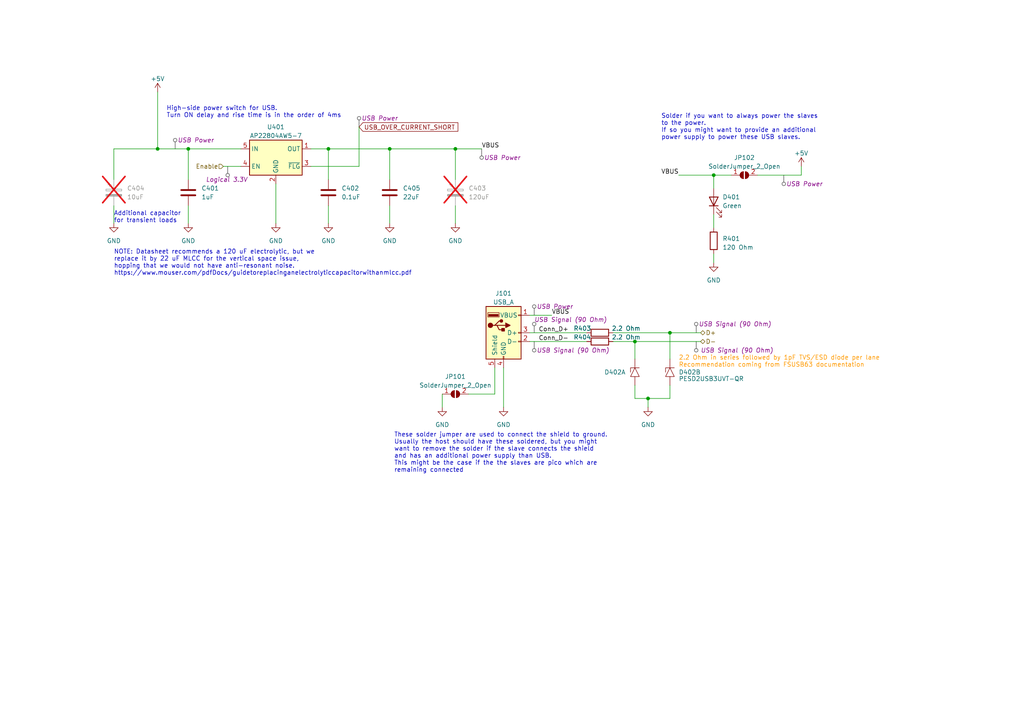
<source format=kicad_sch>
(kicad_sch (version 20230121) (generator eeschema)
  (paper "A4")
  (title_block (title "UF2 Batch Flasher") (date "2023-10-20") (rev "0.1") (company "nbp.name") (comment 2 "as well as some ESD protection on the data lines.") (comment 3 "This page contains a single USB port, with the essential components needed to enable it,") (comment 4 "UF2 Batch Flasher is a USB hub for flashing USB devices"))
  (lib_symbols
    (symbol "Connector:USB_A" (pin_names (offset 1.016))
      (property "Reference" "J" (at -5.08 11.43 0))
      (property "Value" "USB_A" (at -5.08 8.89 0))
      (symbol "USB_A_1_1"
        (pin power_in line (at 7.62 5.08 180) (length 2.54) (name "VBUS") (number "1"))
        (pin bidirectional line (at 7.62 -2.54 180) (length 2.54) (name "D-") (number "2"))
        (pin bidirectional line (at 7.62 0 180) (length 2.54) (name "D+") (number "3"))
        (pin power_in line (at 0 -10.16 90) (length 2.54) (name "GND") (number "4"))
        (pin passive line (at -2.54 -10.16 90) (length 2.54) (name "Shield") (number "5"))
      )
    )
    (symbol "Device:C" (pin_numbers hide) (pin_names (offset 0.254))
      (property "Reference" "C" (at 0.635 2.54 0))
      (property "Value" "C" (at 0.635 -2.54 0))
      (symbol "C_1_1"
        (pin passive line (at 0 3.81 270) (length 2.794) (name "~") (number "1"))
        (pin passive line (at 0 -3.81 90) (length 2.794) (name "~") (number "2"))
      )
    )
    (symbol "Device:C_Polarized" (pin_numbers hide) (pin_names (offset 0.254))
      (property "Reference" "C" (at 0.635 2.54 0))
      (property "Value" "C_Polarized" (at 0.635 -2.54 0))
      (symbol "C_Polarized_1_1"
        (pin passive line (at 0 3.81 270) (length 2.794) (name "~") (number "1"))
        (pin passive line (at 0 -3.81 90) (length 2.794) (name "~") (number "2"))
      )
    )
    (symbol "Device:LED" (pin_numbers hide) (pin_names (offset 1.016) hide)
      (property "Reference" "D" (at 0 2.54 0))
      (property "Value" "LED" (at 0 -2.54 0))
      (symbol "LED_1_1"
        (pin passive line (at -3.81 0 0) (length 2.54) (name "K") (number "1"))
        (pin passive line (at 3.81 0 180) (length 2.54) (name "A") (number "2"))
      )
    )
    (symbol "Device:R" (pin_numbers hide) (pin_names (offset 0))
      (property "Reference" "R" (at 2.032 0 90))
      (property "Value" "R" (at 0 0 90))
      (symbol "R_1_1"
        (pin passive line (at 0 3.81 270) (length 1.27) (name "~") (number "1"))
        (pin passive line (at 0 -3.81 90) (length 1.27) (name "~") (number "2"))
      )
    )
    (symbol "Jumper:SolderJumper_2_Open" (pin_names (offset 0) hide)
      (property "Reference" "JP" (at 0 2.032 0))
      (property "Value" "SolderJumper_2_Open" (at 0 -2.54 0))
      (symbol "SolderJumper_2_Open_1_1"
        (pin passive line (at -3.81 0 0) (length 2.54) (name "A") (number "1"))
        (pin passive line (at 3.81 0 180) (length 2.54) (name "B") (number "2"))
      )
    )
    (symbol "Power_Management:AP22814AW5"
      (property "Reference" "U" (at -7.62 -6.35 0))
      (property "Value" "AP22814AW5" (at -7.62 6.35 0))
      (symbol "AP22814AW5_1_1"
        (pin power_out line (at 10.16 2.54 180) (length 2.54) (name "OUT") (number "1"))
        (pin power_in line (at 0 -7.62 90) (length 2.54) (name "GND") (number "2"))
        (pin open_collector line (at 10.16 -2.54 180) (length 2.54) (name "~{FLG}") (number "3"))
        (pin input line (at -10.16 -2.54 0) (length 2.54) (name "EN") (number "4"))
        (pin power_in line (at -10.16 2.54 0) (length 2.54) (name "IN") (number "5"))
      )
    )
    (symbol "Project:PESD2USB3UVT-QR" (pin_numbers hide) (pin_names hide)
      (property "Reference" "D" (at 0 3.81 0))
      (property "Value" "PESD2USB3UVT-QR" (at 0 -3.81 0))
      (symbol "PESD2USB3UVT-QR_0_1"
        (pin passive line (at 3.81 0 180) (length 2.54) (name "") (number "3"))
      )
      (symbol "PESD2USB3UVT-QR_1_1"
        (pin passive line (at -3.81 0 0) (length 2.54) (name "") (number "1"))
      )
      (symbol "PESD2USB3UVT-QR_2_1"
        (pin passive line (at -3.81 0 0) (length 2.54) (name "") (number "2"))
      )
    )
    (symbol "power:+5V" (power) (pin_names (offset 0))
      (property "Value" "+5V" (at 0 3.556 0))
      (symbol "+5V_1_1"
        (pin power_in line (at 0 0 90) (length 0) hide (name "+5V") (number "1"))
      )
    )
    (symbol "power:GND" (power) (pin_names (offset 0))
      (property "Value" "GND" (at 0 -3.81 0))
      (symbol "GND_1_1"
        (pin power_in line (at 0 0 270) (length 0) hide (name "GND") (number "1"))
      )
    )
  )
  (junction (at 187.96 115.57))
  (junction (at 184.15 99.06))
  (junction (at 194.31 96.52))
  (junction (at 113.03 43.18))
  (junction (at 45.72 43.18))
  (junction (at 132.08 43.18))
  (junction (at 207.01 50.8))
  (junction (at 95.25 43.18))
  (junction (at 54.61 43.18))
  (wire (pts (xy 187.96 115.57) (xy 187.96 118.11)))
  (wire (pts (xy 128.27 114.3) (xy 128.27 118.11)))
  (wire (pts (xy 33.02 43.18) (xy 45.72 43.18)))
  (wire (pts (xy 207.01 62.23) (xy 207.01 66.04)))
  (wire (pts (xy 45.72 43.18) (xy 54.61 43.18)))
  (wire (pts (xy 104.14 36.83) (xy 104.14 48.26)))
  (wire (pts (xy 54.61 59.69) (xy 54.61 64.77)))
  (wire (pts (xy 54.61 43.18) (xy 69.85 43.18)))
  (wire (pts (xy 194.31 115.57) (xy 194.31 111.76)))
  (wire (pts (xy 132.08 43.18) (xy 139.7 43.18)))
  (wire (pts (xy 54.61 43.18) (xy 54.61 52.07)))
  (wire (pts (xy 184.15 115.57) (xy 187.96 115.57)))
  (wire (pts (xy 95.25 43.18) (xy 95.25 52.07)))
  (wire (pts (xy 194.31 104.14) (xy 194.31 96.52)))
  (wire (pts (xy 207.01 50.8) (xy 207.01 54.61)))
  (wire (pts (xy 95.25 43.18) (xy 113.03 43.18)))
  (wire (pts (xy 232.41 50.8) (xy 232.41 48.26)))
  (wire (pts (xy 153.67 91.44) (xy 160.02 91.44)))
  (wire (pts (xy 135.89 114.3) (xy 143.51 114.3)))
  (wire (pts (xy 146.05 106.68) (xy 146.05 118.11)))
  (wire (pts (xy 187.96 115.57) (xy 194.31 115.57)))
  (wire (pts (xy 64.77 48.26) (xy 69.85 48.26)))
  (wire (pts (xy 177.8 99.06) (xy 184.15 99.06)))
  (wire (pts (xy 177.8 96.52) (xy 194.31 96.52)))
  (wire (pts (xy 132.08 59.69) (xy 132.08 64.77)))
  (wire (pts (xy 207.01 73.66) (xy 207.01 76.2)))
  (wire (pts (xy 184.15 99.06) (xy 203.2 99.06)))
  (wire (pts (xy 194.31 96.52) (xy 203.2 96.52)))
  (wire (pts (xy 153.67 99.06) (xy 170.18 99.06)))
  (wire (pts (xy 113.03 43.18) (xy 113.03 52.07)))
  (wire (pts (xy 90.17 43.18) (xy 95.25 43.18)))
  (wire (pts (xy 104.14 48.26) (xy 90.17 48.26)))
  (wire (pts (xy 113.03 43.18) (xy 132.08 43.18)))
  (wire (pts (xy 95.25 59.69) (xy 95.25 64.77)))
  (wire (pts (xy 184.15 115.57) (xy 184.15 111.76)))
  (wire (pts (xy 33.02 52.07) (xy 33.02 43.18)))
  (wire (pts (xy 80.01 53.34) (xy 80.01 64.77)))
  (wire (pts (xy 196.85 50.8) (xy 207.01 50.8)))
  (wire (pts (xy 143.51 106.68) (xy 143.51 114.3)))
  (wire (pts (xy 219.71 50.8) (xy 232.41 50.8)))
  (wire (pts (xy 184.15 104.14) (xy 184.15 99.06)))
  (wire (pts (xy 113.03 59.69) (xy 113.03 64.77)))
  (wire (pts (xy 132.08 43.18) (xy 132.08 52.07)))
  (wire (pts (xy 33.02 59.69) (xy 33.02 64.77)))
  (wire (pts (xy 45.72 26.67) (xy 45.72 43.18)))
  (wire (pts (xy 153.67 96.52) (xy 170.18 96.52)))
  (wire (pts (xy 212.09 50.8) (xy 207.01 50.8)))
  (text "Additional capacitor\nfor transient loads" (at 33.02 64.77 0) (effects (font (size 1.27 1.27)) (justify left bottom)))
  (text "NOTE: Datasheet recommends a 120 uF electrolytic, but we\nreplace it by 22 uF MLCC for the vertical space issue,\nhopping that we would not have anti-resonant noise.\nhttps://www.mouser.com/pdfDocs/guidetoreplacinganelectrolyticcapacitorwithanmlcc.pdf" (at 33.02 80.01 0) (effects (font (size 1.27 1.27)) (justify left bottom)))
  (text "2.2 Ohm in series followed by 1pF TVS/ESD diode per lane\nRecommendation coming from FSUSB63 documentation" (at 196.85 106.68 0) (effects (font (size 1.27 1.27)) (justify left bottom)))
  (text "High-side power switch for USB.\nTurn ON delay and rise time is in the order of 4ms" (at 48.26 34.29 0) (effects (font (size 1.27 1.27)) (justify left bottom)))
  (text "These solder jumper are used to connect the shield to ground.\nUsually the host should have these soldered, but you might\nwant to remove the solder if the slave connects the shield\nand has an additional power supply than USB.\nThis might be the case if the the slaves are pico which are\nremaining connected" (at 114.3 137.16 0) (effects (font (size 1.27 1.27)) (justify left bottom)))
  (text "Solder if you want to always power the slaves\nto the power.\nIf so you might want to provide an additional\npower supply to power these USB slaves." (at 191.77 40.64 0) (effects (font (size 1.27 1.27)) (justify left bottom)))
  (label "Conn_D-" (at 156.21 99.06 0))
  (label "VBUS" (at 196.85 50.8 180))
  (label "VBUS" (at 160.02 91.44 0))
  (label "VBUS" (at 139.7 43.18 0) (property "Netclass" "USB_Power (5.5V, 2.5A)" (effects hide)))
  (label "Conn_D+" (at 156.21 96.52 0))
  (global_label "USB_OVER_CURRENT_SHORT" (shape input) (at 104.14 36.83 0) (property "Intersheetrefs" "${INTERSHEET_REFS}" (effects hide)))
  (hierarchical_label "D+" (shape bidirectional) (at 203.2 96.52 0))
  (hierarchical_label "Enable" (shape input) (at 64.77 48.26 180))
  (hierarchical_label "D-" (shape bidirectional) (at 203.2 99.06 0))
  (netclass_flag "" (length 2.54) (shape round) (at 154.94 91.44 0) (property "Netclass" "USB Power" (at 155.6385 88.9 0) (effects (font italic) (justify left))))
  (netclass_flag "" (length 2.54) (shape round) (at 66.04 48.26 180) (property "Netclass" "Logical 3.3V" (at 59.69 52.07 0) (effects (font italic) (justify left))))
  (netclass_flag "" (length 2.54) (shape round) (at 154.94 96.52 0) (property "Netclass" "USB Signal (90 Ohm)" (at 154.94 92.71 0) (effects (font italic) (justify left))))
  (netclass_flag "" (length 2.54) (shape round) (at 104.14 36.83 0) (property "Netclass" "USB Power" (at 104.8385 34.29 0) (effects (font italic) (justify left))))
  (netclass_flag "" (length 2.54) (shape round) (at 50.8 43.18 0) (property "Netclass" "USB Power" (at 51.4985 40.64 0) (effects (font italic) (justify left))))
  (netclass_flag "" (length 2.54) (shape round) (at 201.93 96.52 0) (property "Netclass" "USB Signal (90 Ohm)" (at 202.6285 93.98 0) (effects (font italic) (justify left))))
  (netclass_flag "" (length 2.54) (shape round) (at 139.7 43.18 180) (property "Netclass" "USB Power" (at 140.3985 45.72 0) (effects (font italic) (justify left))))
  (netclass_flag "" (length 2.54) (shape round) (at 227.33 50.8 180) (property "Netclass" "USB Power" (at 228.0285 53.34 0) (effects (font italic) (justify left))))
  (netclass_flag "" (length 2.54) (shape round) (at 154.94 99.06 180) (property "Netclass" "USB Signal (90 Ohm)" (at 155.6385 101.6 0) (effects (font italic) (justify left))))
  (netclass_flag "" (length 2.54) (shape round) (at 201.93 99.06 180) (property "Netclass" "USB Signal (90 Ohm)" (at 203.2 101.6 0) (effects (font italic) (justify left))))
  (symbol (lib_id "power:GND") (at 113.03 64.77 0) (unit 1)
    (property "Reference" "#PWR0105" (effects hide))
    (property "Value" "GND" (at 113.03 69.85 0))
    (instances (project "uf2-batch-flasher" (path "" (reference "#PWR0105") (unit 1)) (path "" (reference "#PWR0303") (unit 1)) (path "" (reference "#PWR0407") (unit 1)) (path "" (reference "#PWR0506") (unit 1)) (path "" (reference "#PWR0606") (unit 1)) (path "" (reference "#PWR0706") (unit 1)) (path "" (reference "#PWR0906") (unit 1)) (path "" (reference "#PWR01006") (unit 1)) (path "" (reference "#PWR01206") (unit 1)) (path "" (reference "#PWR01106") (unit 1)) (path "" (reference "#PWR01706") (unit 1)) (path "" (reference "#PWR01606") (unit 1)) (path "" (reference "#PWR01506") (unit 1)) (path "" (reference "#PWR01406") (unit 1)) (path "" (reference "#PWR02106") (unit 1)) (path "" (reference "#PWR02206") (unit 1)) (path "" (reference "#PWR01906") (unit 1)) (path "" (reference "#PWR02006") (unit 1)) (path "" (reference "#PWR02606") (unit 1)) (path "" (reference "#PWR04306") (unit 1)) (path "" (reference "#PWR04206") (unit 1)) (path "" (reference "#PWR02506") (unit 1)) (path "" (reference "#PWR03306") (unit 1)) (path "" (reference "#PWR02906") (unit 1)) (path "" (reference "#PWR02806") (unit 1)) (path "" (reference "#PWR03206") (unit 1)) (path "" (reference "#PWR03406") (unit 1)) (path "" (reference "#PWR03606") (unit 1)) (path "" (reference "#PWR04106") (unit 1)) (path "" (reference "#PWR03906") (unit 1)) (path "" (reference "#PWR03806") (unit 1)) (path "" (reference "#PWR02406") (unit 1)) (path "" (reference "#PWR03706") (unit 1)) (path "" (reference "#PWR03006") (unit 1)) (path "" (reference "#PWR04706") (unit 1)) (path "" (reference "#PWR05706") (unit 1)) (path "" (reference "#PWR06206") (unit 1)) (path "" (reference "#PWR05806") (unit 1)) (path "" (reference "#PWR04606") (unit 1)) (path "" (reference "#PWR05406") (unit 1)) (path "" (reference "#PWR05306") (unit 1)) (path "" (reference "#PWR04506") (unit 1)) (path "" (reference "#PWR06306") (unit 1)) (path "" (reference "#PWR04906") (unit 1)) (path "" (reference "#PWR06106") (unit 1)) (path "" (reference "#PWR06006") (unit 1)) (path "" (reference "#PWR05506") (unit 1)) (path "" (reference "#PWR05106") (unit 1)) (path "" (reference "#PWR06406") (unit 1)) (path "" (reference "#PWR05606") (unit 1)) (path "" (reference "#PWR07706") (unit 1)) (path "" (reference "#PWR07206") (unit 1)) (path "" (reference "#PWR08306") (unit 1)) (path "" (reference "#PWR07606") (unit 1)) (path "" (reference "#PWR08206") (unit 1)) (path "" (reference "#PWR07506") (unit 1)) (path "" (reference "#PWR07306") (unit 1)) (path "" (reference "#PWR06806") (unit 1)) (path "" (reference "#PWR06906") (unit 1)) (path "" (reference "#PWR08406") (unit 1)) (path "" (reference "#PWR08006") (unit 1)) (path "" (reference "#PWR07006") (unit 1)) (path "" (reference "#PWR06706") (unit 1)) (path "" (reference "#PWR06606") (unit 1)) (path "" (reference "#PWR07406") (unit 1)) (path "" (reference "#PWR07906") (unit 1))))
  )
  (symbol (lib_id "Jumper:SolderJumper_2_Open") (at 215.9 50.8 0) (unit 1)
    (property "Reference" "JP102" (at 215.9 45.72 0))
    (property "Value" "SolderJumper_2_Open" (at 215.9 48.26 0))
    (property "Footprint" "Jumper:SolderJumper-2_P1.3mm_Open_RoundedPad1.0x1.5mm" (effects hide))
    (property "Datasheet" "N/A" (effects hide))
    (property "Vendor" "N/A" (effects hide))
    (instances (project "uf2-batch-flasher" (path "" (reference "JP102") (unit 1)) (path "" (reference "JP302") (unit 1)) (path "" (reference "JP402") (unit 1)) (path "" (reference "JP502") (unit 1)) (path "" (reference "JP602") (unit 1)) (path "" (reference "JP702") (unit 1)) (path "" (reference "JP902") (unit 1)) (path "" (reference "JP1002") (unit 1)) (path "" (reference "JP1202") (unit 1)) (path "" (reference "JP1102") (unit 1)) (path "" (reference "JP1702") (unit 1)) (path "" (reference "JP1602") (unit 1)) (path "" (reference "JP1502") (unit 1)) (path "" (reference "JP1402") (unit 1)) (path "" (reference "JP2102") (unit 1)) (path "" (reference "JP2202") (unit 1)) (path "" (reference "JP1902") (unit 1)) (path "" (reference "JP2002") (unit 1)) (path "" (reference "JP2602") (unit 1)) (path "" (reference "JP4302") (unit 1)) (path "" (reference "JP4202") (unit 1)) (path "" (reference "JP2502") (unit 1)) (path "" (reference "JP3302") (unit 1)) (path "" (reference "JP2902") (unit 1)) (path "" (reference "JP2802") (unit 1)) (path "" (reference "JP3202") (unit 1)) (path "" (reference "JP3402") (unit 1)) (path "" (reference "JP3602") (unit 1)) (path "" (reference "JP4102") (unit 1)) (path "" (reference "JP3902") (unit 1)) (path "" (reference "JP3802") (unit 1)) (path "" (reference "JP2402") (unit 1)) (path "" (reference "JP3702") (unit 1)) (path "" (reference "JP3002") (unit 1)) (path "" (reference "JP4702") (unit 1)) (path "" (reference "JP5702") (unit 1)) (path "" (reference "JP6202") (unit 1)) (path "" (reference "JP5802") (unit 1)) (path "" (reference "JP4602") (unit 1)) (path "" (reference "JP5402") (unit 1)) (path "" (reference "JP5302") (unit 1)) (path "" (reference "JP4502") (unit 1)) (path "" (reference "JP6302") (unit 1)) (path "" (reference "JP4902") (unit 1)) (path "" (reference "JP6102") (unit 1)) (path "" (reference "JP6002") (unit 1)) (path "" (reference "JP5502") (unit 1)) (path "" (reference "JP5102") (unit 1)) (path "" (reference "JP6402") (unit 1)) (path "" (reference "JP5602") (unit 1)) (path "" (reference "JP7702") (unit 1)) (path "" (reference "JP7202") (unit 1)) (path "" (reference "JP8302") (unit 1)) (path "" (reference "JP7602") (unit 1)) (path "" (reference "JP8202") (unit 1)) (path "" (reference "JP7502") (unit 1)) (path "" (reference "JP7302") (unit 1)) (path "" (reference "JP6802") (unit 1)) (path "" (reference "JP6902") (unit 1)) (path "" (reference "JP8402") (unit 1)) (path "" (reference "JP8002") (unit 1)) (path "" (reference "JP7002") (unit 1)) (path "" (reference "JP6702") (unit 1)) (path "" (reference "JP6602") (unit 1)) (path "" (reference "JP7402") (unit 1)) (path "" (reference "JP7902") (unit 1))))
  )
  (symbol (lib_id "Jumper:SolderJumper_2_Open") (at 132.08 114.3 0) (unit 1)
    (property "Reference" "JP101" (at 132.08 109.22 0))
    (property "Value" "SolderJumper_2_Open" (at 132.08 111.76 0))
    (property "Footprint" "Jumper:SolderJumper-2_P1.3mm_Open_RoundedPad1.0x1.5mm" (effects hide))
    (property "Datasheet" "N/A" (effects hide))
    (property "Vendor" "N/A" (effects hide))
    (instances (project "uf2-batch-flasher" (path "" (reference "JP101") (unit 1)) (path "" (reference "JP301") (unit 1)) (path "" (reference "JP401") (unit 1)) (path "" (reference "JP501") (unit 1)) (path "" (reference "JP601") (unit 1)) (path "" (reference "JP701") (unit 1)) (path "" (reference "JP901") (unit 1)) (path "" (reference "JP1001") (unit 1)) (path "" (reference "JP1201") (unit 1)) (path "" (reference "JP1101") (unit 1)) (path "" (reference "JP1701") (unit 1)) (path "" (reference "JP1601") (unit 1)) (path "" (reference "JP1501") (unit 1)) (path "" (reference "JP1401") (unit 1)) (path "" (reference "JP2101") (unit 1)) (path "" (reference "JP2201") (unit 1)) (path "" (reference "JP1901") (unit 1)) (path "" (reference "JP2001") (unit 1)) (path "" (reference "JP2601") (unit 1)) (path "" (reference "JP4301") (unit 1)) (path "" (reference "JP4201") (unit 1)) (path "" (reference "JP2501") (unit 1)) (path "" (reference "JP3301") (unit 1)) (path "" (reference "JP2901") (unit 1)) (path "" (reference "JP2801") (unit 1)) (path "" (reference "JP3201") (unit 1)) (path "" (reference "JP3401") (unit 1)) (path "" (reference "JP3601") (unit 1)) (path "" (reference "JP4101") (unit 1)) (path "" (reference "JP3901") (unit 1)) (path "" (reference "JP3801") (unit 1)) (path "" (reference "JP2401") (unit 1)) (path "" (reference "JP3701") (unit 1)) (path "" (reference "JP3001") (unit 1)) (path "" (reference "JP4701") (unit 1)) (path "" (reference "JP5701") (unit 1)) (path "" (reference "JP6201") (unit 1)) (path "" (reference "JP5801") (unit 1)) (path "" (reference "JP4601") (unit 1)) (path "" (reference "JP5401") (unit 1)) (path "" (reference "JP5301") (unit 1)) (path "" (reference "JP4501") (unit 1)) (path "" (reference "JP6301") (unit 1)) (path "" (reference "JP4901") (unit 1)) (path "" (reference "JP6101") (unit 1)) (path "" (reference "JP6001") (unit 1)) (path "" (reference "JP5501") (unit 1)) (path "" (reference "JP5101") (unit 1)) (path "" (reference "JP6401") (unit 1)) (path "" (reference "JP5601") (unit 1)) (path "" (reference "JP7701") (unit 1)) (path "" (reference "JP7201") (unit 1)) (path "" (reference "JP8301") (unit 1)) (path "" (reference "JP7601") (unit 1)) (path "" (reference "JP8201") (unit 1)) (path "" (reference "JP7501") (unit 1)) (path "" (reference "JP7301") (unit 1)) (path "" (reference "JP6801") (unit 1)) (path "" (reference "JP6901") (unit 1)) (path "" (reference "JP8401") (unit 1)) (path "" (reference "JP8001") (unit 1)) (path "" (reference "JP7001") (unit 1)) (path "" (reference "JP6701") (unit 1)) (path "" (reference "JP6601") (unit 1)) (path "" (reference "JP7401") (unit 1)) (path "" (reference "JP7901") (unit 1))))
  )
  (symbol (lib_id "power:+5V") (at 45.72 26.67 0) (unit 1)
    (property "Reference" "#PWR0405" (effects hide))
    (property "Value" "+5V" (at 45.72 22.86 0))
    (instances (project "uf2-batch-flasher" (path "" (reference "#PWR0405") (unit 1)) (path "" (reference "#PWR0501") (unit 1)) (path "" (reference "#PWR0601") (unit 1)) (path "" (reference "#PWR0701") (unit 1)) (path "" (reference "#PWR0901") (unit 1)) (path "" (reference "#PWR01001") (unit 1)) (path "" (reference "#PWR01201") (unit 1)) (path "" (reference "#PWR01101") (unit 1)) (path "" (reference "#PWR01701") (unit 1)) (path "" (reference "#PWR01601") (unit 1)) (path "" (reference "#PWR01501") (unit 1)) (path "" (reference "#PWR01401") (unit 1)) (path "" (reference "#PWR02101") (unit 1)) (path "" (reference "#PWR02201") (unit 1)) (path "" (reference "#PWR01901") (unit 1)) (path "" (reference "#PWR02001") (unit 1)) (path "" (reference "#PWR02601") (unit 1)) (path "" (reference "#PWR04301") (unit 1)) (path "" (reference "#PWR04201") (unit 1)) (path "" (reference "#PWR02501") (unit 1)) (path "" (reference "#PWR03301") (unit 1)) (path "" (reference "#PWR02901") (unit 1)) (path "" (reference "#PWR02801") (unit 1)) (path "" (reference "#PWR03201") (unit 1)) (path "" (reference "#PWR03401") (unit 1)) (path "" (reference "#PWR03601") (unit 1)) (path "" (reference "#PWR04101") (unit 1)) (path "" (reference "#PWR03901") (unit 1)) (path "" (reference "#PWR03801") (unit 1)) (path "" (reference "#PWR02401") (unit 1)) (path "" (reference "#PWR03701") (unit 1)) (path "" (reference "#PWR03001") (unit 1)) (path "" (reference "#PWR04701") (unit 1)) (path "" (reference "#PWR05701") (unit 1)) (path "" (reference "#PWR06201") (unit 1)) (path "" (reference "#PWR05801") (unit 1)) (path "" (reference "#PWR04601") (unit 1)) (path "" (reference "#PWR05401") (unit 1)) (path "" (reference "#PWR05301") (unit 1)) (path "" (reference "#PWR04501") (unit 1)) (path "" (reference "#PWR06301") (unit 1)) (path "" (reference "#PWR04901") (unit 1)) (path "" (reference "#PWR06101") (unit 1)) (path "" (reference "#PWR06001") (unit 1)) (path "" (reference "#PWR05501") (unit 1)) (path "" (reference "#PWR05101") (unit 1)) (path "" (reference "#PWR06401") (unit 1)) (path "" (reference "#PWR05601") (unit 1)) (path "" (reference "#PWR07701") (unit 1)) (path "" (reference "#PWR07201") (unit 1)) (path "" (reference "#PWR08301") (unit 1)) (path "" (reference "#PWR07601") (unit 1)) (path "" (reference "#PWR08201") (unit 1)) (path "" (reference "#PWR07501") (unit 1)) (path "" (reference "#PWR07301") (unit 1)) (path "" (reference "#PWR06801") (unit 1)) (path "" (reference "#PWR06901") (unit 1)) (path "" (reference "#PWR08401") (unit 1)) (path "" (reference "#PWR08001") (unit 1)) (path "" (reference "#PWR07001") (unit 1)) (path "" (reference "#PWR06701") (unit 1)) (path "" (reference "#PWR06601") (unit 1)) (path "" (reference "#PWR07401") (unit 1)) (path "" (reference "#PWR07901") (unit 1))))
  )
  (symbol (lib_id "Device:C_Polarized") (at 33.02 55.88 0) (unit 1) (in_bom no) (on_board no) (dnp yes)
    (property "Reference" "C404" (at 36.83 54.61 0) (effects (justify left)))
    (property "Value" "10uF" (at 36.83 57.15 0) (effects (justify left)))
    (property "Footprint" "Capacitor_THT:CP_Radial_D5.0mm_P2.00mm" (effects hide))
    (property "Datasheet" "https://www.mouser.fr/datasheet/2/231/161587830771-2307470.pdf" (effects hide))
    (property "Vendor" "https://www.mouser.fr/ProductDetail/Lelon/RGA100M1HBK-0511G?qs=pNDdEcSXiODJ1c03pk0uXg%3D%3D&countryCode=DE&currencyCode=EUR" (effects hide))
    (property "In Stock" "Yes" (effects hide))
    (instances (project "uf2-batch-flasher" (path "" (reference "C404") (unit 1)) (path "" (reference "C504") (unit 1)) (path "" (reference "C604") (unit 1)) (path "" (reference "C704") (unit 1)) (path "" (reference "C904") (unit 1)) (path "" (reference "C1004") (unit 1)) (path "" (reference "C1204") (unit 1)) (path "" (reference "C1104") (unit 1)) (path "" (reference "C1704") (unit 1)) (path "" (reference "C1604") (unit 1)) (path "" (reference "C1504") (unit 1)) (path "" (reference "C1404") (unit 1)) (path "" (reference "C2104") (unit 1)) (path "" (reference "C2204") (unit 1)) (path "" (reference "C1904") (unit 1)) (path "" (reference "C2004") (unit 1)) (path "" (reference "C2604") (unit 1)) (path "" (reference "C4304") (unit 1)) (path "" (reference "C4204") (unit 1)) (path "" (reference "C2504") (unit 1)) (path "" (reference "C3304") (unit 1)) (path "" (reference "C2904") (unit 1)) (path "" (reference "C2804") (unit 1)) (path "" (reference "C3204") (unit 1)) (path "" (reference "C3404") (unit 1)) (path "" (reference "C3604") (unit 1)) (path "" (reference "C4104") (unit 1)) (path "" (reference "C3904") (unit 1)) (path "" (reference "C3804") (unit 1)) (path "" (reference "C2404") (unit 1)) (path "" (reference "C3704") (unit 1)) (path "" (reference "C3004") (unit 1)) (path "" (reference "C4704") (unit 1)) (path "" (reference "C5704") (unit 1)) (path "" (reference "C6204") (unit 1)) (path "" (reference "C5804") (unit 1)) (path "" (reference "C4604") (unit 1)) (path "" (reference "C5404") (unit 1)) (path "" (reference "C5304") (unit 1)) (path "" (reference "C4504") (unit 1)) (path "" (reference "C6304") (unit 1)) (path "" (reference "C4904") (unit 1)) (path "" (reference "C6104") (unit 1)) (path "" (reference "C6004") (unit 1)) (path "" (reference "C5504") (unit 1)) (path "" (reference "C5104") (unit 1)) (path "" (reference "C6404") (unit 1)) (path "" (reference "C5604") (unit 1)) (path "" (reference "C7704") (unit 1)) (path "" (reference "C7204") (unit 1)) (path "" (reference "C8304") (unit 1)) (path "" (reference "C7604") (unit 1)) (path "" (reference "C8204") (unit 1)) (path "" (reference "C7504") (unit 1)) (path "" (reference "C7304") (unit 1)) (path "" (reference "C6804") (unit 1)) (path "" (reference "C6904") (unit 1)) (path "" (reference "C8404") (unit 1)) (path "" (reference "C8004") (unit 1)) (path "" (reference "C7004") (unit 1)) (path "" (reference "C6704") (unit 1)) (path "" (reference "C6604") (unit 1)) (path "" (reference "C7404") (unit 1)) (path "" (reference "C7904") (unit 1))))
  )
  (symbol (lib_id "power:GND") (at 80.01 64.77 0) (unit 1)
    (property "Reference" "#PWR0105" (effects hide))
    (property "Value" "GND" (at 80.01 69.85 0))
    (instances (project "uf2-batch-flasher" (path "" (reference "#PWR0105") (unit 1)) (path "" (reference "#PWR0303") (unit 1)) (path "" (reference "#PWR0406") (unit 1)) (path "" (reference "#PWR0503") (unit 1)) (path "" (reference "#PWR0603") (unit 1)) (path "" (reference "#PWR0703") (unit 1)) (path "" (reference "#PWR0903") (unit 1)) (path "" (reference "#PWR01003") (unit 1)) (path "" (reference "#PWR01203") (unit 1)) (path "" (reference "#PWR01103") (unit 1)) (path "" (reference "#PWR01703") (unit 1)) (path "" (reference "#PWR01603") (unit 1)) (path "" (reference "#PWR01503") (unit 1)) (path "" (reference "#PWR01403") (unit 1)) (path "" (reference "#PWR02103") (unit 1)) (path "" (reference "#PWR02203") (unit 1)) (path "" (reference "#PWR01903") (unit 1)) (path "" (reference "#PWR02003") (unit 1)) (path "" (reference "#PWR02603") (unit 1)) (path "" (reference "#PWR04303") (unit 1)) (path "" (reference "#PWR04203") (unit 1)) (path "" (reference "#PWR02503") (unit 1)) (path "" (reference "#PWR03303") (unit 1)) (path "" (reference "#PWR02903") (unit 1)) (path "" (reference "#PWR02803") (unit 1)) (path "" (reference "#PWR03203") (unit 1)) (path "" (reference "#PWR03403") (unit 1)) (path "" (reference "#PWR03603") (unit 1)) (path "" (reference "#PWR04103") (unit 1)) (path "" (reference "#PWR03903") (unit 1)) (path "" (reference "#PWR03803") (unit 1)) (path "" (reference "#PWR02403") (unit 1)) (path "" (reference "#PWR03703") (unit 1)) (path "" (reference "#PWR03003") (unit 1)) (path "" (reference "#PWR04703") (unit 1)) (path "" (reference "#PWR05703") (unit 1)) (path "" (reference "#PWR06203") (unit 1)) (path "" (reference "#PWR05803") (unit 1)) (path "" (reference "#PWR04603") (unit 1)) (path "" (reference "#PWR05403") (unit 1)) (path "" (reference "#PWR05303") (unit 1)) (path "" (reference "#PWR04503") (unit 1)) (path "" (reference "#PWR06303") (unit 1)) (path "" (reference "#PWR04903") (unit 1)) (path "" (reference "#PWR06103") (unit 1)) (path "" (reference "#PWR06003") (unit 1)) (path "" (reference "#PWR05503") (unit 1)) (path "" (reference "#PWR05103") (unit 1)) (path "" (reference "#PWR06403") (unit 1)) (path "" (reference "#PWR05603") (unit 1)) (path "" (reference "#PWR07703") (unit 1)) (path "" (reference "#PWR07203") (unit 1)) (path "" (reference "#PWR08303") (unit 1)) (path "" (reference "#PWR07603") (unit 1)) (path "" (reference "#PWR08203") (unit 1)) (path "" (reference "#PWR07503") (unit 1)) (path "" (reference "#PWR07303") (unit 1)) (path "" (reference "#PWR06803") (unit 1)) (path "" (reference "#PWR06903") (unit 1)) (path "" (reference "#PWR08403") (unit 1)) (path "" (reference "#PWR08003") (unit 1)) (path "" (reference "#PWR07003") (unit 1)) (path "" (reference "#PWR06703") (unit 1)) (path "" (reference "#PWR06603") (unit 1)) (path "" (reference "#PWR07403") (unit 1)) (path "" (reference "#PWR07903") (unit 1))))
  )
  (symbol (lib_id "Connector:USB_A") (at 146.05 96.52 0) (unit 1)
    (property "Reference" "J101" (at 146.05 85.09 0))
    (property "Value" "USB_A" (at 146.05 87.63 0))
    (property "Footprint" "Project:USB A - GCT - USB1040 - Vertical" (effects hide))
    (property "Datasheet" "https://www.mouser.fr/datasheet/2/837/USB1040-1948806.pdf" (effects hide))
    (property "Vendor" "https://www.mouser.fr/ProductDetail/GCT/USB1040-GF-L-B?qs=KUoIvG%2F9IlYqiLIcchup7w%3D%3D" (effects hide))
    (property "Alternative Vendor" "https://www.mouser.fr/ProductDetail/Amphenol-FCI/87583-3010RPALF?qs=nBv%252BRDKgYU12SV7JkWVR7Q%3D%3D" (effects hide))
    (instances (project "uf2-batch-flasher" (path "" (reference "J101") (unit 1)) (path "" (reference "J301") (unit 1)) (path "" (reference "J401") (unit 1)) (path "" (reference "J501") (unit 1)) (path "" (reference "J601") (unit 1)) (path "" (reference "J701") (unit 1)) (path "" (reference "J901") (unit 1)) (path "" (reference "J1001") (unit 1)) (path "" (reference "J1201") (unit 1)) (path "" (reference "J1101") (unit 1)) (path "" (reference "J1701") (unit 1)) (path "" (reference "J1601") (unit 1)) (path "" (reference "J1501") (unit 1)) (path "" (reference "J1401") (unit 1)) (path "" (reference "J2101") (unit 1)) (path "" (reference "J2201") (unit 1)) (path "" (reference "J1901") (unit 1)) (path "" (reference "J2001") (unit 1)) (path "" (reference "J2601") (unit 1)) (path "" (reference "J4301") (unit 1)) (path "" (reference "J4201") (unit 1)) (path "" (reference "J2501") (unit 1)) (path "" (reference "J3301") (unit 1)) (path "" (reference "J2901") (unit 1)) (path "" (reference "J2801") (unit 1)) (path "" (reference "J3201") (unit 1)) (path "" (reference "J3401") (unit 1)) (path "" (reference "J3601") (unit 1)) (path "" (reference "J4101") (unit 1)) (path "" (reference "J3901") (unit 1)) (path "" (reference "J3801") (unit 1)) (path "" (reference "J2401") (unit 1)) (path "" (reference "J3701") (unit 1)) (path "" (reference "J3001") (unit 1)) (path "" (reference "J4701") (unit 1)) (path "" (reference "J5701") (unit 1)) (path "" (reference "J6201") (unit 1)) (path "" (reference "J5801") (unit 1)) (path "" (reference "J4601") (unit 1)) (path "" (reference "J5401") (unit 1)) (path "" (reference "J5301") (unit 1)) (path "" (reference "J4501") (unit 1)) (path "" (reference "J6301") (unit 1)) (path "" (reference "J4901") (unit 1)) (path "" (reference "J6101") (unit 1)) (path "" (reference "J6001") (unit 1)) (path "" (reference "J5501") (unit 1)) (path "" (reference "J5101") (unit 1)) (path "" (reference "J6401") (unit 1)) (path "" (reference "J5601") (unit 1)) (path "" (reference "J7701") (unit 1)) (path "" (reference "J7201") (unit 1)) (path "" (reference "J8301") (unit 1)) (path "" (reference "J7601") (unit 1)) (path "" (reference "J8201") (unit 1)) (path "" (reference "J7501") (unit 1)) (path "" (reference "J7301") (unit 1)) (path "" (reference "J6801") (unit 1)) (path "" (reference "J6901") (unit 1)) (path "" (reference "J8401") (unit 1)) (path "" (reference "J8001") (unit 1)) (path "" (reference "J7001") (unit 1)) (path "" (reference "J6701") (unit 1)) (path "" (reference "J6601") (unit 1)) (path "" (reference "J7401") (unit 1)) (path "" (reference "J7901") (unit 1))))
  )
  (symbol (lib_id "Device:C") (at 113.03 55.88 0) (unit 1)
    (property "Reference" "C405" (at 116.84 54.61 0) (effects (justify left)))
    (property "Value" "22uF" (at 116.84 57.15 0) (effects (justify left)))
    (property "Footprint" "Capacitor_SMD:C_0603_1608Metric" (effects hide))
    (property "Datasheet" "https://www.mouser.fr/datasheet/2/281/1/GRM188R61A226ME15_02A-1985787.pdf" (effects hide))
    (property "Vendor" "https://www.mouser.fr/ProductDetail/Murata-Electronics/GRM188R61A226ME15J?qs=QzBtWTOodeUZmjqoH8BLhQ%3D%3D" (effects hide))
    (instances (project "uf2-batch-flasher" (path "" (reference "C405") (unit 1)) (path "" (reference "C505") (unit 1)) (path "" (reference "C605") (unit 1)) (path "" (reference "C705") (unit 1)) (path "" (reference "C905") (unit 1)) (path "" (reference "C1005") (unit 1)) (path "" (reference "C1205") (unit 1)) (path "" (reference "C1105") (unit 1)) (path "" (reference "C1705") (unit 1)) (path "" (reference "C1605") (unit 1)) (path "" (reference "C1505") (unit 1)) (path "" (reference "C1405") (unit 1)) (path "" (reference "C2105") (unit 1)) (path "" (reference "C2205") (unit 1)) (path "" (reference "C1905") (unit 1)) (path "" (reference "C2005") (unit 1)) (path "" (reference "C2605") (unit 1)) (path "" (reference "C4305") (unit 1)) (path "" (reference "C4205") (unit 1)) (path "" (reference "C2505") (unit 1)) (path "" (reference "C3305") (unit 1)) (path "" (reference "C2905") (unit 1)) (path "" (reference "C2805") (unit 1)) (path "" (reference "C3205") (unit 1)) (path "" (reference "C3405") (unit 1)) (path "" (reference "C3605") (unit 1)) (path "" (reference "C4105") (unit 1)) (path "" (reference "C3905") (unit 1)) (path "" (reference "C3805") (unit 1)) (path "" (reference "C2405") (unit 1)) (path "" (reference "C3705") (unit 1)) (path "" (reference "C3005") (unit 1)) (path "" (reference "C4705") (unit 1)) (path "" (reference "C5705") (unit 1)) (path "" (reference "C6205") (unit 1)) (path "" (reference "C5805") (unit 1)) (path "" (reference "C4605") (unit 1)) (path "" (reference "C5405") (unit 1)) (path "" (reference "C5305") (unit 1)) (path "" (reference "C4505") (unit 1)) (path "" (reference "C6305") (unit 1)) (path "" (reference "C4905") (unit 1)) (path "" (reference "C6105") (unit 1)) (path "" (reference "C6005") (unit 1)) (path "" (reference "C5505") (unit 1)) (path "" (reference "C5105") (unit 1)) (path "" (reference "C6405") (unit 1)) (path "" (reference "C5605") (unit 1)) (path "" (reference "C7705") (unit 1)) (path "" (reference "C7205") (unit 1)) (path "" (reference "C8305") (unit 1)) (path "" (reference "C7605") (unit 1)) (path "" (reference "C8205") (unit 1)) (path "" (reference "C7505") (unit 1)) (path "" (reference "C7305") (unit 1)) (path "" (reference "C6805") (unit 1)) (path "" (reference "C6905") (unit 1)) (path "" (reference "C8405") (unit 1)) (path "" (reference "C8005") (unit 1)) (path "" (reference "C7005") (unit 1)) (path "" (reference "C6705") (unit 1)) (path "" (reference "C6605") (unit 1)) (path "" (reference "C7405") (unit 1)) (path "" (reference "C7905") (unit 1))))
  )
  (symbol (lib_id "power:GND") (at 187.96 118.11 0) (unit 1)
    (property "Reference" "#PWR0105" (effects hide))
    (property "Value" "GND" (at 187.96 123.19 0))
    (instances (project "uf2-batch-flasher" (path "" (reference "#PWR0105") (unit 1)) (path "" (reference "#PWR0303") (unit 1)) (path "" (reference "#PWR0411") (unit 1)) (path "" (reference "#PWR0511") (unit 1)) (path "" (reference "#PWR0611") (unit 1)) (path "" (reference "#PWR0711") (unit 1)) (path "" (reference "#PWR0911") (unit 1)) (path "" (reference "#PWR01011") (unit 1)) (path "" (reference "#PWR01211") (unit 1)) (path "" (reference "#PWR01111") (unit 1)) (path "" (reference "#PWR01711") (unit 1)) (path "" (reference "#PWR01611") (unit 1)) (path "" (reference "#PWR01511") (unit 1)) (path "" (reference "#PWR01411") (unit 1)) (path "" (reference "#PWR02111") (unit 1)) (path "" (reference "#PWR02211") (unit 1)) (path "" (reference "#PWR01911") (unit 1)) (path "" (reference "#PWR02011") (unit 1)) (path "" (reference "#PWR02611") (unit 1)) (path "" (reference "#PWR04311") (unit 1)) (path "" (reference "#PWR04211") (unit 1)) (path "" (reference "#PWR02511") (unit 1)) (path "" (reference "#PWR03311") (unit 1)) (path "" (reference "#PWR02911") (unit 1)) (path "" (reference "#PWR02811") (unit 1)) (path "" (reference "#PWR03211") (unit 1)) (path "" (reference "#PWR03411") (unit 1)) (path "" (reference "#PWR03611") (unit 1)) (path "" (reference "#PWR04111") (unit 1)) (path "" (reference "#PWR03911") (unit 1)) (path "" (reference "#PWR03811") (unit 1)) (path "" (reference "#PWR02411") (unit 1)) (path "" (reference "#PWR03711") (unit 1)) (path "" (reference "#PWR03011") (unit 1)) (path "" (reference "#PWR04711") (unit 1)) (path "" (reference "#PWR05711") (unit 1)) (path "" (reference "#PWR06211") (unit 1)) (path "" (reference "#PWR05811") (unit 1)) (path "" (reference "#PWR04611") (unit 1)) (path "" (reference "#PWR05411") (unit 1)) (path "" (reference "#PWR05311") (unit 1)) (path "" (reference "#PWR04511") (unit 1)) (path "" (reference "#PWR06311") (unit 1)) (path "" (reference "#PWR04911") (unit 1)) (path "" (reference "#PWR06111") (unit 1)) (path "" (reference "#PWR06011") (unit 1)) (path "" (reference "#PWR05511") (unit 1)) (path "" (reference "#PWR05111") (unit 1)) (path "" (reference "#PWR06411") (unit 1)) (path "" (reference "#PWR05611") (unit 1)) (path "" (reference "#PWR07711") (unit 1)) (path "" (reference "#PWR07211") (unit 1)) (path "" (reference "#PWR08311") (unit 1)) (path "" (reference "#PWR07611") (unit 1)) (path "" (reference "#PWR08211") (unit 1)) (path "" (reference "#PWR07511") (unit 1)) (path "" (reference "#PWR07311") (unit 1)) (path "" (reference "#PWR06811") (unit 1)) (path "" (reference "#PWR06911") (unit 1)) (path "" (reference "#PWR08411") (unit 1)) (path "" (reference "#PWR08011") (unit 1)) (path "" (reference "#PWR07011") (unit 1)) (path "" (reference "#PWR06711") (unit 1)) (path "" (reference "#PWR06611") (unit 1)) (path "" (reference "#PWR07411") (unit 1)) (path "" (reference "#PWR07911") (unit 1))))
  )
  (symbol (lib_id "power:GND") (at 207.01 76.2 0) (unit 1)
    (property "Reference" "#PWR0105" (effects hide))
    (property "Value" "GND" (at 207.01 81.28 0))
    (instances (project "uf2-batch-flasher" (path "" (reference "#PWR0105") (unit 1)) (path "" (reference "#PWR0303") (unit 1)) (path "" (reference "#PWR0403") (unit 1)) (path "" (reference "#PWR0509") (unit 1)) (path "" (reference "#PWR0609") (unit 1)) (path "" (reference "#PWR0709") (unit 1)) (path "" (reference "#PWR0909") (unit 1)) (path "" (reference "#PWR01009") (unit 1)) (path "" (reference "#PWR01209") (unit 1)) (path "" (reference "#PWR01109") (unit 1)) (path "" (reference "#PWR01709") (unit 1)) (path "" (reference "#PWR01609") (unit 1)) (path "" (reference "#PWR01509") (unit 1)) (path "" (reference "#PWR01409") (unit 1)) (path "" (reference "#PWR02109") (unit 1)) (path "" (reference "#PWR02209") (unit 1)) (path "" (reference "#PWR01909") (unit 1)) (path "" (reference "#PWR02009") (unit 1)) (path "" (reference "#PWR02609") (unit 1)) (path "" (reference "#PWR04309") (unit 1)) (path "" (reference "#PWR04209") (unit 1)) (path "" (reference "#PWR02509") (unit 1)) (path "" (reference "#PWR03309") (unit 1)) (path "" (reference "#PWR02909") (unit 1)) (path "" (reference "#PWR02809") (unit 1)) (path "" (reference "#PWR03209") (unit 1)) (path "" (reference "#PWR03409") (unit 1)) (path "" (reference "#PWR03609") (unit 1)) (path "" (reference "#PWR04109") (unit 1)) (path "" (reference "#PWR03909") (unit 1)) (path "" (reference "#PWR03809") (unit 1)) (path "" (reference "#PWR02409") (unit 1)) (path "" (reference "#PWR03709") (unit 1)) (path "" (reference "#PWR03009") (unit 1)) (path "" (reference "#PWR04709") (unit 1)) (path "" (reference "#PWR05709") (unit 1)) (path "" (reference "#PWR06209") (unit 1)) (path "" (reference "#PWR05809") (unit 1)) (path "" (reference "#PWR04609") (unit 1)) (path "" (reference "#PWR05409") (unit 1)) (path "" (reference "#PWR05309") (unit 1)) (path "" (reference "#PWR04509") (unit 1)) (path "" (reference "#PWR06309") (unit 1)) (path "" (reference "#PWR04909") (unit 1)) (path "" (reference "#PWR06109") (unit 1)) (path "" (reference "#PWR06009") (unit 1)) (path "" (reference "#PWR05509") (unit 1)) (path "" (reference "#PWR05109") (unit 1)) (path "" (reference "#PWR06409") (unit 1)) (path "" (reference "#PWR05609") (unit 1)) (path "" (reference "#PWR07709") (unit 1)) (path "" (reference "#PWR07209") (unit 1)) (path "" (reference "#PWR08309") (unit 1)) (path "" (reference "#PWR07609") (unit 1)) (path "" (reference "#PWR08209") (unit 1)) (path "" (reference "#PWR07509") (unit 1)) (path "" (reference "#PWR07309") (unit 1)) (path "" (reference "#PWR06809") (unit 1)) (path "" (reference "#PWR06909") (unit 1)) (path "" (reference "#PWR08409") (unit 1)) (path "" (reference "#PWR08009") (unit 1)) (path "" (reference "#PWR07009") (unit 1)) (path "" (reference "#PWR06709") (unit 1)) (path "" (reference "#PWR06609") (unit 1)) (path "" (reference "#PWR07409") (unit 1)) (path "" (reference "#PWR07909") (unit 1))))
  )
  (symbol (lib_id "power:+5V") (at 232.41 48.26 0) (unit 1)
    (property "Reference" "#PWR0404" (effects hide))
    (property "Value" "+5V" (at 232.41 44.45 0))
    (instances (project "uf2-batch-flasher" (path "" (reference "#PWR0404") (unit 1)) (path "" (reference "#PWR0510") (unit 1)) (path "" (reference "#PWR0610") (unit 1)) (path "" (reference "#PWR0710") (unit 1)) (path "" (reference "#PWR0910") (unit 1)) (path "" (reference "#PWR01010") (unit 1)) (path "" (reference "#PWR01210") (unit 1)) (path "" (reference "#PWR01110") (unit 1)) (path "" (reference "#PWR01710") (unit 1)) (path "" (reference "#PWR01610") (unit 1)) (path "" (reference "#PWR01510") (unit 1)) (path "" (reference "#PWR01410") (unit 1)) (path "" (reference "#PWR02110") (unit 1)) (path "" (reference "#PWR02210") (unit 1)) (path "" (reference "#PWR01910") (unit 1)) (path "" (reference "#PWR02010") (unit 1)) (path "" (reference "#PWR02610") (unit 1)) (path "" (reference "#PWR04310") (unit 1)) (path "" (reference "#PWR04210") (unit 1)) (path "" (reference "#PWR02510") (unit 1)) (path "" (reference "#PWR03310") (unit 1)) (path "" (reference "#PWR02910") (unit 1)) (path "" (reference "#PWR02810") (unit 1)) (path "" (reference "#PWR03210") (unit 1)) (path "" (reference "#PWR03410") (unit 1)) (path "" (reference "#PWR03610") (unit 1)) (path "" (reference "#PWR04110") (unit 1)) (path "" (reference "#PWR03910") (unit 1)) (path "" (reference "#PWR03810") (unit 1)) (path "" (reference "#PWR02410") (unit 1)) (path "" (reference "#PWR03710") (unit 1)) (path "" (reference "#PWR03010") (unit 1)) (path "" (reference "#PWR04710") (unit 1)) (path "" (reference "#PWR05710") (unit 1)) (path "" (reference "#PWR06210") (unit 1)) (path "" (reference "#PWR05810") (unit 1)) (path "" (reference "#PWR04610") (unit 1)) (path "" (reference "#PWR05410") (unit 1)) (path "" (reference "#PWR05310") (unit 1)) (path "" (reference "#PWR04510") (unit 1)) (path "" (reference "#PWR06310") (unit 1)) (path "" (reference "#PWR04910") (unit 1)) (path "" (reference "#PWR06110") (unit 1)) (path "" (reference "#PWR06010") (unit 1)) (path "" (reference "#PWR05510") (unit 1)) (path "" (reference "#PWR05110") (unit 1)) (path "" (reference "#PWR06410") (unit 1)) (path "" (reference "#PWR05610") (unit 1)) (path "" (reference "#PWR07710") (unit 1)) (path "" (reference "#PWR07210") (unit 1)) (path "" (reference "#PWR08310") (unit 1)) (path "" (reference "#PWR07610") (unit 1)) (path "" (reference "#PWR08210") (unit 1)) (path "" (reference "#PWR07510") (unit 1)) (path "" (reference "#PWR07310") (unit 1)) (path "" (reference "#PWR06810") (unit 1)) (path "" (reference "#PWR06910") (unit 1)) (path "" (reference "#PWR08410") (unit 1)) (path "" (reference "#PWR08010") (unit 1)) (path "" (reference "#PWR07010") (unit 1)) (path "" (reference "#PWR06710") (unit 1)) (path "" (reference "#PWR06610") (unit 1)) (path "" (reference "#PWR07410") (unit 1)) (path "" (reference "#PWR07910") (unit 1))))
  )
  (symbol (lib_id "Device:C_Polarized") (at 132.08 55.88 0) (unit 1) (in_bom no) (on_board no) (dnp yes)
    (property "Reference" "C403" (at 135.89 54.61 0) (effects (justify left)))
    (property "Value" "120uF" (at 135.89 57.15 0) (effects (justify left)))
    (property "Footprint" "Capacitor_THT:CP_Radial_D5.0mm_P2.00mm" (effects hide))
    (property "Datasheet" "https://www.we-online.com/components/products/datasheet/860020272006.pdf" (effects hide))
    (property "Vendor" "https://www.mouser.fr/ProductDetail/Wurth-Elektronik/860020272006?qs=sGAEpiMZZMsh%252B1woXyUXj4jKQI6sNRw6fMh1IdlWzmQ%3D" (effects hide))
    (instances (project "uf2-batch-flasher" (path "" (reference "C403") (unit 1)) (path "" (reference "C503") (unit 1)) (path "" (reference "C603") (unit 1)) (path "" (reference "C703") (unit 1)) (path "" (reference "C903") (unit 1)) (path "" (reference "C1003") (unit 1)) (path "" (reference "C1203") (unit 1)) (path "" (reference "C1103") (unit 1)) (path "" (reference "C1703") (unit 1)) (path "" (reference "C1603") (unit 1)) (path "" (reference "C1503") (unit 1)) (path "" (reference "C1403") (unit 1)) (path "" (reference "C2103") (unit 1)) (path "" (reference "C2203") (unit 1)) (path "" (reference "C1903") (unit 1)) (path "" (reference "C2003") (unit 1)) (path "" (reference "C2603") (unit 1)) (path "" (reference "C4303") (unit 1)) (path "" (reference "C4203") (unit 1)) (path "" (reference "C2503") (unit 1)) (path "" (reference "C3303") (unit 1)) (path "" (reference "C2903") (unit 1)) (path "" (reference "C2803") (unit 1)) (path "" (reference "C3203") (unit 1)) (path "" (reference "C3403") (unit 1)) (path "" (reference "C3603") (unit 1)) (path "" (reference "C4103") (unit 1)) (path "" (reference "C3903") (unit 1)) (path "" (reference "C3803") (unit 1)) (path "" (reference "C2403") (unit 1)) (path "" (reference "C3703") (unit 1)) (path "" (reference "C3003") (unit 1)) (path "" (reference "C4703") (unit 1)) (path "" (reference "C5703") (unit 1)) (path "" (reference "C6203") (unit 1)) (path "" (reference "C5803") (unit 1)) (path "" (reference "C4603") (unit 1)) (path "" (reference "C5403") (unit 1)) (path "" (reference "C5303") (unit 1)) (path "" (reference "C4503") (unit 1)) (path "" (reference "C6303") (unit 1)) (path "" (reference "C4903") (unit 1)) (path "" (reference "C6103") (unit 1)) (path "" (reference "C6003") (unit 1)) (path "" (reference "C5503") (unit 1)) (path "" (reference "C5103") (unit 1)) (path "" (reference "C6403") (unit 1)) (path "" (reference "C5603") (unit 1)) (path "" (reference "C7703") (unit 1)) (path "" (reference "C7203") (unit 1)) (path "" (reference "C8303") (unit 1)) (path "" (reference "C7603") (unit 1)) (path "" (reference "C8203") (unit 1)) (path "" (reference "C7503") (unit 1)) (path "" (reference "C7303") (unit 1)) (path "" (reference "C6803") (unit 1)) (path "" (reference "C6903") (unit 1)) (path "" (reference "C8403") (unit 1)) (path "" (reference "C8003") (unit 1)) (path "" (reference "C7003") (unit 1)) (path "" (reference "C6703") (unit 1)) (path "" (reference "C6603") (unit 1)) (path "" (reference "C7403") (unit 1)) (path "" (reference "C7903") (unit 1))))
  )
  (symbol (lib_id "Project:PESD2USB3UVT-QR") (at 194.31 107.95 270) (unit 2)
    (property "Reference" "D402" (at 196.85 107.95 90) (effects (justify left)))
    (property "Value" "PESD2USB3UVT-QR" (at 196.85 109.855 90) (effects (justify left)))
    (property "Footprint" "Package_TO_SOT_SMD:SOT-23-3" (effects hide))
    (property "Datasheet" "https://www.mouser.fr/datasheet/2/916/PESD2USB3UV_T-2529064.pdf" (effects hide))
    (property "Vendor" "https://www.mouser.fr/ProductDetail/Nexperia/PESD2USB3UVT-QR?qs=3Rah4i%252BhyCFPJOQFghMZ%252BQ%3D%3D" (effects hide))
    (instances (project "uf2-batch-flasher" (path "" (reference "D402") (unit 2)) (path "" (reference "D502") (unit 2)) (path "" (reference "D602") (unit 2)) (path "" (reference "D702") (unit 2)) (path "" (reference "D902") (unit 2)) (path "" (reference "D1002") (unit 2)) (path "" (reference "D1102") (unit 2)) (path "" (reference "D1202") (unit 2)) (path "" (reference "D1402") (unit 2)) (path "" (reference "D1502") (unit 2)) (path "" (reference "D1602") (unit 2)) (path "" (reference "D1702") (unit 2)) (path "" (reference "D1902") (unit 2)) (path "" (reference "D2002") (unit 2)) (path "" (reference "D2102") (unit 2)) (path "" (reference "D2202") (unit 2)) (path "" (reference "D2402") (unit 2)) (path "" (reference "D2502") (unit 2)) (path "" (reference "D2602") (unit 2)) (path "" (reference "D2802") (unit 2)) (path "" (reference "D2902") (unit 2)) (path "" (reference "D3002") (unit 2)) (path "" (reference "D3202") (unit 2)) (path "" (reference "D3302") (unit 2)) (path "" (reference "D3402") (unit 2)) (path "" (reference "D3602") (unit 2)) (path "" (reference "D3702") (unit 2)) (path "" (reference "D3802") (unit 2)) (path "" (reference "D3902") (unit 2)) (path "" (reference "D4102") (unit 2)) (path "" (reference "D4202") (unit 2)) (path "" (reference "D4302") (unit 2)) (path "" (reference "D4502") (unit 2)) (path "" (reference "D4602") (unit 2)) (path "" (reference "D4702") (unit 2)) (path "" (reference "D4902") (unit 2)) (path "" (reference "D5102") (unit 2)) (path "" (reference "D5302") (unit 2)) (path "" (reference "D5402") (unit 2)) (path "" (reference "D5502") (unit 2)) (path "" (reference "D5602") (unit 2)) (path "" (reference "D5702") (unit 2)) (path "" (reference "D5802") (unit 2)) (path "" (reference "D6002") (unit 2)) (path "" (reference "D6102") (unit 2)) (path "" (reference "D6202") (unit 2)) (path "" (reference "D6302") (unit 2)) (path "" (reference "D6402") (unit 2)) (path "" (reference "D6602") (unit 2)) (path "" (reference "D6702") (unit 2)) (path "" (reference "D6802") (unit 2)) (path "" (reference "D6902") (unit 2)) (path "" (reference "D7002") (unit 2)) (path "" (reference "D7202") (unit 2)) (path "" (reference "D7302") (unit 2)) (path "" (reference "D7402") (unit 2)) (path "" (reference "D7502") (unit 2)) (path "" (reference "D7602") (unit 2)) (path "" (reference "D7702") (unit 2)) (path "" (reference "D7902") (unit 2)) (path "" (reference "D8002") (unit 2)) (path "" (reference "D8202") (unit 2)) (path "" (reference "D8302") (unit 2)) (path "" (reference "D8402") (unit 2))))
  )
  (symbol (lib_id "power:GND") (at 128.27 118.11 0) (unit 1)
    (property "Reference" "#PWR0106" (effects hide))
    (property "Value" "GND" (at 128.27 123.19 0))
    (instances (project "uf2-batch-flasher" (path "" (reference "#PWR0106") (unit 1)) (path "" (reference "#PWR0302") (unit 1)) (path "" (reference "#PWR0401") (unit 1)) (path "" (reference "#PWR0507") (unit 1)) (path "" (reference "#PWR0607") (unit 1)) (path "" (reference "#PWR0707") (unit 1)) (path "" (reference "#PWR0907") (unit 1)) (path "" (reference "#PWR01007") (unit 1)) (path "" (reference "#PWR01207") (unit 1)) (path "" (reference "#PWR01107") (unit 1)) (path "" (reference "#PWR01707") (unit 1)) (path "" (reference "#PWR01607") (unit 1)) (path "" (reference "#PWR01507") (unit 1)) (path "" (reference "#PWR01407") (unit 1)) (path "" (reference "#PWR02107") (unit 1)) (path "" (reference "#PWR02207") (unit 1)) (path "" (reference "#PWR01907") (unit 1)) (path "" (reference "#PWR02007") (unit 1)) (path "" (reference "#PWR02607") (unit 1)) (path "" (reference "#PWR04307") (unit 1)) (path "" (reference "#PWR04207") (unit 1)) (path "" (reference "#PWR02507") (unit 1)) (path "" (reference "#PWR03307") (unit 1)) (path "" (reference "#PWR02907") (unit 1)) (path "" (reference "#PWR02807") (unit 1)) (path "" (reference "#PWR03207") (unit 1)) (path "" (reference "#PWR03407") (unit 1)) (path "" (reference "#PWR03607") (unit 1)) (path "" (reference "#PWR04107") (unit 1)) (path "" (reference "#PWR03907") (unit 1)) (path "" (reference "#PWR03807") (unit 1)) (path "" (reference "#PWR02407") (unit 1)) (path "" (reference "#PWR03707") (unit 1)) (path "" (reference "#PWR03007") (unit 1)) (path "" (reference "#PWR04707") (unit 1)) (path "" (reference "#PWR05707") (unit 1)) (path "" (reference "#PWR06207") (unit 1)) (path "" (reference "#PWR05807") (unit 1)) (path "" (reference "#PWR04607") (unit 1)) (path "" (reference "#PWR05407") (unit 1)) (path "" (reference "#PWR05307") (unit 1)) (path "" (reference "#PWR04507") (unit 1)) (path "" (reference "#PWR06307") (unit 1)) (path "" (reference "#PWR04907") (unit 1)) (path "" (reference "#PWR06107") (unit 1)) (path "" (reference "#PWR06007") (unit 1)) (path "" (reference "#PWR05507") (unit 1)) (path "" (reference "#PWR05107") (unit 1)) (path "" (reference "#PWR06407") (unit 1)) (path "" (reference "#PWR05607") (unit 1)) (path "" (reference "#PWR07707") (unit 1)) (path "" (reference "#PWR07207") (unit 1)) (path "" (reference "#PWR08307") (unit 1)) (path "" (reference "#PWR07607") (unit 1)) (path "" (reference "#PWR08207") (unit 1)) (path "" (reference "#PWR07507") (unit 1)) (path "" (reference "#PWR07307") (unit 1)) (path "" (reference "#PWR06807") (unit 1)) (path "" (reference "#PWR06907") (unit 1)) (path "" (reference "#PWR08407") (unit 1)) (path "" (reference "#PWR08007") (unit 1)) (path "" (reference "#PWR07007") (unit 1)) (path "" (reference "#PWR06707") (unit 1)) (path "" (reference "#PWR06607") (unit 1)) (path "" (reference "#PWR07407") (unit 1)) (path "" (reference "#PWR07907") (unit 1))))
  )
  (symbol (lib_id "Device:R") (at 207.01 69.85 0) (unit 1)
    (property "Reference" "R401" (at 209.55 69.215 0) (effects (justify left)))
    (property "Value" "120 Ohm" (at 209.55 71.755 0) (effects (justify left)))
    (property "Footprint" "Resistor_SMD:R_0603_1608Metric" (effects hide))
    (property "Datasheet" "https://www.mouser.fr/datasheet/2/1365/1-3044649.pdf" (effects hide))
    (property "Vendor" "https://www.mouser.fr/ProductDetail/Royalohm/0603WAF1200T5E?qs=e8oIoAS2J1TIzlbaXq7mcg%3D%3D" (effects hide))
    (instances (project "uf2-batch-flasher" (path "" (reference "R401") (unit 1)) (path "" (reference "R502") (unit 1)) (path "" (reference "R602") (unit 1)) (path "" (reference "R702") (unit 1)) (path "" (reference "R902") (unit 1)) (path "" (reference "R1002") (unit 1)) (path "" (reference "R1202") (unit 1)) (path "" (reference "R1102") (unit 1)) (path "" (reference "R1702") (unit 1)) (path "" (reference "R1602") (unit 1)) (path "" (reference "R1502") (unit 1)) (path "" (reference "R1402") (unit 1)) (path "" (reference "R2102") (unit 1)) (path "" (reference "R2202") (unit 1)) (path "" (reference "R1902") (unit 1)) (path "" (reference "R2002") (unit 1)) (path "" (reference "R2602") (unit 1)) (path "" (reference "R4302") (unit 1)) (path "" (reference "R4202") (unit 1)) (path "" (reference "R2502") (unit 1)) (path "" (reference "R3302") (unit 1)) (path "" (reference "R2902") (unit 1)) (path "" (reference "R2802") (unit 1)) (path "" (reference "R3202") (unit 1)) (path "" (reference "R3402") (unit 1)) (path "" (reference "R3602") (unit 1)) (path "" (reference "R4102") (unit 1)) (path "" (reference "R3902") (unit 1)) (path "" (reference "R3802") (unit 1)) (path "" (reference "R2402") (unit 1)) (path "" (reference "R3702") (unit 1)) (path "" (reference "R3002") (unit 1)) (path "" (reference "R4702") (unit 1)) (path "" (reference "R5702") (unit 1)) (path "" (reference "R6202") (unit 1)) (path "" (reference "R5802") (unit 1)) (path "" (reference "R4602") (unit 1)) (path "" (reference "R5402") (unit 1)) (path "" (reference "R5302") (unit 1)) (path "" (reference "R4502") (unit 1)) (path "" (reference "R6302") (unit 1)) (path "" (reference "R4902") (unit 1)) (path "" (reference "R6102") (unit 1)) (path "" (reference "R6002") (unit 1)) (path "" (reference "R5502") (unit 1)) (path "" (reference "R5102") (unit 1)) (path "" (reference "R6402") (unit 1)) (path "" (reference "R5602") (unit 1)) (path "" (reference "R7702") (unit 1)) (path "" (reference "R7202") (unit 1)) (path "" (reference "R8302") (unit 1)) (path "" (reference "R7602") (unit 1)) (path "" (reference "R8202") (unit 1)) (path "" (reference "R7502") (unit 1)) (path "" (reference "R7302") (unit 1)) (path "" (reference "R6802") (unit 1)) (path "" (reference "R6902") (unit 1)) (path "" (reference "R8402") (unit 1)) (path "" (reference "R8002") (unit 1)) (path "" (reference "R7002") (unit 1)) (path "" (reference "R6702") (unit 1)) (path "" (reference "R6602") (unit 1)) (path "" (reference "R7402") (unit 1)) (path "" (reference "R7902") (unit 1))))
  )
  (symbol (lib_id "Device:R") (at 173.99 96.52 90) (unit 1)
    (property "Reference" "R403" (at 168.91 95.25 90))
    (property "Value" "2.2 Ohm" (at 181.61 95.25 90))
    (property "Footprint" "Resistor_SMD:R_0603_1608Metric" (effects hide))
    (property "Datasheet" "https://www.mouser.fr/datasheet/2/1365/1-3044649.pdf" (effects hide))
    (property "Vendor" "https://www.mouser.fr/ProductDetail/Royalohm/0603WAF220KT5E?qs=sGAEpiMZZMtlubZbdhIBIDH%2FP7BvsepR88I%252BTpE5rCU%3D" (effects hide))
    (instances (project "uf2-batch-flasher" (path "" (reference "R403") (unit 1)) (path "" (reference "R503") (unit 1)) (path "" (reference "R603") (unit 1)) (path "" (reference "R703") (unit 1)) (path "" (reference "R903") (unit 1)) (path "" (reference "R1003") (unit 1)) (path "" (reference "R1203") (unit 1)) (path "" (reference "R1103") (unit 1)) (path "" (reference "R1703") (unit 1)) (path "" (reference "R1603") (unit 1)) (path "" (reference "R1503") (unit 1)) (path "" (reference "R1403") (unit 1)) (path "" (reference "R2103") (unit 1)) (path "" (reference "R2203") (unit 1)) (path "" (reference "R1903") (unit 1)) (path "" (reference "R2003") (unit 1)) (path "" (reference "R2603") (unit 1)) (path "" (reference "R4303") (unit 1)) (path "" (reference "R4203") (unit 1)) (path "" (reference "R2503") (unit 1)) (path "" (reference "R3303") (unit 1)) (path "" (reference "R2903") (unit 1)) (path "" (reference "R2803") (unit 1)) (path "" (reference "R3203") (unit 1)) (path "" (reference "R3403") (unit 1)) (path "" (reference "R3603") (unit 1)) (path "" (reference "R4103") (unit 1)) (path "" (reference "R3903") (unit 1)) (path "" (reference "R3803") (unit 1)) (path "" (reference "R2403") (unit 1)) (path "" (reference "R3703") (unit 1)) (path "" (reference "R3003") (unit 1)) (path "" (reference "R4703") (unit 1)) (path "" (reference "R5703") (unit 1)) (path "" (reference "R6203") (unit 1)) (path "" (reference "R5803") (unit 1)) (path "" (reference "R4603") (unit 1)) (path "" (reference "R5403") (unit 1)) (path "" (reference "R5303") (unit 1)) (path "" (reference "R4503") (unit 1)) (path "" (reference "R6303") (unit 1)) (path "" (reference "R4903") (unit 1)) (path "" (reference "R6103") (unit 1)) (path "" (reference "R6003") (unit 1)) (path "" (reference "R5503") (unit 1)) (path "" (reference "R5103") (unit 1)) (path "" (reference "R6403") (unit 1)) (path "" (reference "R5603") (unit 1)) (path "" (reference "R7703") (unit 1)) (path "" (reference "R7203") (unit 1)) (path "" (reference "R8303") (unit 1)) (path "" (reference "R7603") (unit 1)) (path "" (reference "R8203") (unit 1)) (path "" (reference "R7503") (unit 1)) (path "" (reference "R7303") (unit 1)) (path "" (reference "R6803") (unit 1)) (path "" (reference "R6903") (unit 1)) (path "" (reference "R8403") (unit 1)) (path "" (reference "R8003") (unit 1)) (path "" (reference "R7003") (unit 1)) (path "" (reference "R6703") (unit 1)) (path "" (reference "R6603") (unit 1)) (path "" (reference "R7403") (unit 1)) (path "" (reference "R7903") (unit 1))))
  )
  (symbol (lib_id "Device:LED") (at 207.01 58.42 90) (unit 1)
    (property "Reference" "D401" (at 209.55 57.15 90) (effects (justify right)))
    (property "Value" "Green" (at 209.55 59.69 90) (effects (justify right)))
    (property "Footprint" "LED_SMD:LED_0603_1608Metric" (effects hide))
    (property "Datasheet" "https://www.we-online.com/components/products/datasheet/150060GS75000.pdf" (effects hide))
    (property "Vendor" "https://www.mouser.fr/ProductDetail/Wurth-Elektronik/150060GS75000?qs=LlUlMxKIyB0UYkq5lDO8nA%3D%3D" (effects hide))
    (instances (project "uf2-batch-flasher" (path "" (reference "D401") (unit 1)) (path "" (reference "D501") (unit 1)) (path "" (reference "D601") (unit 1)) (path "" (reference "D701") (unit 1)) (path "" (reference "D901") (unit 1)) (path "" (reference "D1001") (unit 1)) (path "" (reference "D1201") (unit 1)) (path "" (reference "D1101") (unit 1)) (path "" (reference "D1701") (unit 1)) (path "" (reference "D1601") (unit 1)) (path "" (reference "D1501") (unit 1)) (path "" (reference "D1401") (unit 1)) (path "" (reference "D2101") (unit 1)) (path "" (reference "D2201") (unit 1)) (path "" (reference "D1901") (unit 1)) (path "" (reference "D2001") (unit 1)) (path "" (reference "D2601") (unit 1)) (path "" (reference "D4301") (unit 1)) (path "" (reference "D4201") (unit 1)) (path "" (reference "D2501") (unit 1)) (path "" (reference "D3301") (unit 1)) (path "" (reference "D2901") (unit 1)) (path "" (reference "D2801") (unit 1)) (path "" (reference "D3201") (unit 1)) (path "" (reference "D3401") (unit 1)) (path "" (reference "D3601") (unit 1)) (path "" (reference "D4101") (unit 1)) (path "" (reference "D3901") (unit 1)) (path "" (reference "D3801") (unit 1)) (path "" (reference "D2401") (unit 1)) (path "" (reference "D3701") (unit 1)) (path "" (reference "D3001") (unit 1)) (path "" (reference "D4701") (unit 1)) (path "" (reference "D5701") (unit 1)) (path "" (reference "D6201") (unit 1)) (path "" (reference "D5801") (unit 1)) (path "" (reference "D4601") (unit 1)) (path "" (reference "D5401") (unit 1)) (path "" (reference "D5301") (unit 1)) (path "" (reference "D4501") (unit 1)) (path "" (reference "D6301") (unit 1)) (path "" (reference "D4901") (unit 1)) (path "" (reference "D6101") (unit 1)) (path "" (reference "D6001") (unit 1)) (path "" (reference "D5501") (unit 1)) (path "" (reference "D5101") (unit 1)) (path "" (reference "D6401") (unit 1)) (path "" (reference "D5601") (unit 1)) (path "" (reference "D7701") (unit 1)) (path "" (reference "D7201") (unit 1)) (path "" (reference "D8301") (unit 1)) (path "" (reference "D7601") (unit 1)) (path "" (reference "D8201") (unit 1)) (path "" (reference "D7501") (unit 1)) (path "" (reference "D7301") (unit 1)) (path "" (reference "D6801") (unit 1)) (path "" (reference "D6901") (unit 1)) (path "" (reference "D8401") (unit 1)) (path "" (reference "D8001") (unit 1)) (path "" (reference "D7001") (unit 1)) (path "" (reference "D6701") (unit 1)) (path "" (reference "D6601") (unit 1)) (path "" (reference "D7401") (unit 1)) (path "" (reference "D7901") (unit 1))))
  )
  (symbol (lib_id "Device:R") (at 173.99 99.06 90) (unit 1)
    (property "Reference" "R404" (at 168.91 97.79 90))
    (property "Value" "2.2 Ohm" (at 181.61 97.79 90))
    (property "Footprint" "Resistor_SMD:R_0603_1608Metric" (effects hide))
    (property "Datasheet" "https://www.mouser.fr/datasheet/2/1365/1-3044649.pdf" (effects hide))
    (property "Vendor" "https://www.mouser.fr/ProductDetail/Royalohm/0603WAF220KT5E?qs=sGAEpiMZZMtlubZbdhIBIDH%2FP7BvsepR88I%252BTpE5rCU%3D" (effects hide))
    (instances (project "uf2-batch-flasher" (path "" (reference "R404") (unit 1)) (path "" (reference "R504") (unit 1)) (path "" (reference "R604") (unit 1)) (path "" (reference "R704") (unit 1)) (path "" (reference "R904") (unit 1)) (path "" (reference "R1004") (unit 1)) (path "" (reference "R1204") (unit 1)) (path "" (reference "R1104") (unit 1)) (path "" (reference "R1704") (unit 1)) (path "" (reference "R1604") (unit 1)) (path "" (reference "R1504") (unit 1)) (path "" (reference "R1404") (unit 1)) (path "" (reference "R2104") (unit 1)) (path "" (reference "R2204") (unit 1)) (path "" (reference "R1904") (unit 1)) (path "" (reference "R2004") (unit 1)) (path "" (reference "R2604") (unit 1)) (path "" (reference "R4304") (unit 1)) (path "" (reference "R4204") (unit 1)) (path "" (reference "R2504") (unit 1)) (path "" (reference "R3304") (unit 1)) (path "" (reference "R2904") (unit 1)) (path "" (reference "R2804") (unit 1)) (path "" (reference "R3204") (unit 1)) (path "" (reference "R3404") (unit 1)) (path "" (reference "R3604") (unit 1)) (path "" (reference "R4104") (unit 1)) (path "" (reference "R3904") (unit 1)) (path "" (reference "R3804") (unit 1)) (path "" (reference "R2404") (unit 1)) (path "" (reference "R3704") (unit 1)) (path "" (reference "R3004") (unit 1)) (path "" (reference "R4704") (unit 1)) (path "" (reference "R5704") (unit 1)) (path "" (reference "R6204") (unit 1)) (path "" (reference "R5804") (unit 1)) (path "" (reference "R4604") (unit 1)) (path "" (reference "R5404") (unit 1)) (path "" (reference "R5304") (unit 1)) (path "" (reference "R4504") (unit 1)) (path "" (reference "R6304") (unit 1)) (path "" (reference "R4904") (unit 1)) (path "" (reference "R6104") (unit 1)) (path "" (reference "R6004") (unit 1)) (path "" (reference "R5504") (unit 1)) (path "" (reference "R5104") (unit 1)) (path "" (reference "R6404") (unit 1)) (path "" (reference "R5604") (unit 1)) (path "" (reference "R7704") (unit 1)) (path "" (reference "R7204") (unit 1)) (path "" (reference "R8304") (unit 1)) (path "" (reference "R7604") (unit 1)) (path "" (reference "R8204") (unit 1)) (path "" (reference "R7504") (unit 1)) (path "" (reference "R7304") (unit 1)) (path "" (reference "R6804") (unit 1)) (path "" (reference "R6904") (unit 1)) (path "" (reference "R8404") (unit 1)) (path "" (reference "R8004") (unit 1)) (path "" (reference "R7004") (unit 1)) (path "" (reference "R6704") (unit 1)) (path "" (reference "R6604") (unit 1)) (path "" (reference "R7404") (unit 1)) (path "" (reference "R7904") (unit 1))))
  )
  (symbol (lib_id "power:GND") (at 33.02 64.77 0) (unit 1)
    (property "Reference" "#PWR0105" (effects hide))
    (property "Value" "GND" (at 33.02 69.85 0))
    (instances (project "uf2-batch-flasher" (path "" (reference "#PWR0105") (unit 1)) (path "" (reference "#PWR0303") (unit 1)) (path "" (reference "#PWR0412") (unit 1)) (path "" (reference "#PWR0512") (unit 1)) (path "" (reference "#PWR0612") (unit 1)) (path "" (reference "#PWR0712") (unit 1)) (path "" (reference "#PWR0912") (unit 1)) (path "" (reference "#PWR01012") (unit 1)) (path "" (reference "#PWR01212") (unit 1)) (path "" (reference "#PWR01112") (unit 1)) (path "" (reference "#PWR01712") (unit 1)) (path "" (reference "#PWR01612") (unit 1)) (path "" (reference "#PWR01512") (unit 1)) (path "" (reference "#PWR01412") (unit 1)) (path "" (reference "#PWR02112") (unit 1)) (path "" (reference "#PWR02212") (unit 1)) (path "" (reference "#PWR01912") (unit 1)) (path "" (reference "#PWR02012") (unit 1)) (path "" (reference "#PWR02612") (unit 1)) (path "" (reference "#PWR04312") (unit 1)) (path "" (reference "#PWR04212") (unit 1)) (path "" (reference "#PWR02512") (unit 1)) (path "" (reference "#PWR03312") (unit 1)) (path "" (reference "#PWR02912") (unit 1)) (path "" (reference "#PWR02812") (unit 1)) (path "" (reference "#PWR03212") (unit 1)) (path "" (reference "#PWR03412") (unit 1)) (path "" (reference "#PWR03612") (unit 1)) (path "" (reference "#PWR04112") (unit 1)) (path "" (reference "#PWR03912") (unit 1)) (path "" (reference "#PWR03812") (unit 1)) (path "" (reference "#PWR02412") (unit 1)) (path "" (reference "#PWR03712") (unit 1)) (path "" (reference "#PWR03012") (unit 1)) (path "" (reference "#PWR04712") (unit 1)) (path "" (reference "#PWR05712") (unit 1)) (path "" (reference "#PWR06212") (unit 1)) (path "" (reference "#PWR05812") (unit 1)) (path "" (reference "#PWR04612") (unit 1)) (path "" (reference "#PWR05412") (unit 1)) (path "" (reference "#PWR05312") (unit 1)) (path "" (reference "#PWR04512") (unit 1)) (path "" (reference "#PWR06312") (unit 1)) (path "" (reference "#PWR04912") (unit 1)) (path "" (reference "#PWR06112") (unit 1)) (path "" (reference "#PWR06012") (unit 1)) (path "" (reference "#PWR05512") (unit 1)) (path "" (reference "#PWR05112") (unit 1)) (path "" (reference "#PWR06412") (unit 1)) (path "" (reference "#PWR05612") (unit 1)) (path "" (reference "#PWR07712") (unit 1)) (path "" (reference "#PWR07212") (unit 1)) (path "" (reference "#PWR08312") (unit 1)) (path "" (reference "#PWR07612") (unit 1)) (path "" (reference "#PWR08212") (unit 1)) (path "" (reference "#PWR07512") (unit 1)) (path "" (reference "#PWR07312") (unit 1)) (path "" (reference "#PWR06812") (unit 1)) (path "" (reference "#PWR06912") (unit 1)) (path "" (reference "#PWR08412") (unit 1)) (path "" (reference "#PWR08012") (unit 1)) (path "" (reference "#PWR07012") (unit 1)) (path "" (reference "#PWR06712") (unit 1)) (path "" (reference "#PWR06612") (unit 1)) (path "" (reference "#PWR07412") (unit 1)) (path "" (reference "#PWR07912") (unit 1))))
  )
  (symbol (lib_id "Device:C") (at 95.25 55.88 0) (unit 1)
    (property "Reference" "C402" (at 99.06 54.61 0) (effects (justify left)))
    (property "Value" "0.1uF" (at 99.06 57.15 0) (effects (justify left)))
    (property "Footprint" "Capacitor_SMD:C_0805_2012Metric" (effects hide))
    (property "Datasheet" "https://www.mouser.fr/datasheet/2/447/KEM_C1002_X7R_SMD-3316098.pdf" (effects hide))
    (property "Vendor" "https://www.mouser.fr/ProductDetail/KEMET/C0805C104M5RAC?qs=VOOUd%252Bza08rWzt4y8eXMuQ%3D%3D&countryCode=DE&currencyCode=EUR" (effects hide))
    (property "In Stock" "Yes" (effects hide))
    (instances (project "uf2-batch-flasher" (path "" (reference "C402") (unit 1)) (path "" (reference "C502") (unit 1)) (path "" (reference "C602") (unit 1)) (path "" (reference "C702") (unit 1)) (path "" (reference "C902") (unit 1)) (path "" (reference "C1002") (unit 1)) (path "" (reference "C1202") (unit 1)) (path "" (reference "C1102") (unit 1)) (path "" (reference "C1702") (unit 1)) (path "" (reference "C1602") (unit 1)) (path "" (reference "C1502") (unit 1)) (path "" (reference "C1402") (unit 1)) (path "" (reference "C2102") (unit 1)) (path "" (reference "C2202") (unit 1)) (path "" (reference "C1902") (unit 1)) (path "" (reference "C2002") (unit 1)) (path "" (reference "C2602") (unit 1)) (path "" (reference "C4302") (unit 1)) (path "" (reference "C4202") (unit 1)) (path "" (reference "C2502") (unit 1)) (path "" (reference "C3302") (unit 1)) (path "" (reference "C2902") (unit 1)) (path "" (reference "C2802") (unit 1)) (path "" (reference "C3202") (unit 1)) (path "" (reference "C3402") (unit 1)) (path "" (reference "C3602") (unit 1)) (path "" (reference "C4102") (unit 1)) (path "" (reference "C3902") (unit 1)) (path "" (reference "C3802") (unit 1)) (path "" (reference "C2402") (unit 1)) (path "" (reference "C3702") (unit 1)) (path "" (reference "C3002") (unit 1)) (path "" (reference "C4702") (unit 1)) (path "" (reference "C5702") (unit 1)) (path "" (reference "C6202") (unit 1)) (path "" (reference "C5802") (unit 1)) (path "" (reference "C4602") (unit 1)) (path "" (reference "C5402") (unit 1)) (path "" (reference "C5302") (unit 1)) (path "" (reference "C4502") (unit 1)) (path "" (reference "C6302") (unit 1)) (path "" (reference "C4902") (unit 1)) (path "" (reference "C6102") (unit 1)) (path "" (reference "C6002") (unit 1)) (path "" (reference "C5502") (unit 1)) (path "" (reference "C5102") (unit 1)) (path "" (reference "C6402") (unit 1)) (path "" (reference "C5602") (unit 1)) (path "" (reference "C7702") (unit 1)) (path "" (reference "C7202") (unit 1)) (path "" (reference "C8302") (unit 1)) (path "" (reference "C7602") (unit 1)) (path "" (reference "C8202") (unit 1)) (path "" (reference "C7502") (unit 1)) (path "" (reference "C7302") (unit 1)) (path "" (reference "C6802") (unit 1)) (path "" (reference "C6902") (unit 1)) (path "" (reference "C8402") (unit 1)) (path "" (reference "C8002") (unit 1)) (path "" (reference "C7002") (unit 1)) (path "" (reference "C6702") (unit 1)) (path "" (reference "C6602") (unit 1)) (path "" (reference "C7402") (unit 1)) (path "" (reference "C7902") (unit 1))))
  )
  (symbol (lib_id "power:GND") (at 54.61 64.77 0) (unit 1)
    (property "Reference" "#PWR0105" (effects hide))
    (property "Value" "GND" (at 54.61 69.85 0))
    (instances (project "uf2-batch-flasher" (path "" (reference "#PWR0105") (unit 1)) (path "" (reference "#PWR0303") (unit 1)) (path "" (reference "#PWR0408") (unit 1)) (path "" (reference "#PWR0502") (unit 1)) (path "" (reference "#PWR0602") (unit 1)) (path "" (reference "#PWR0702") (unit 1)) (path "" (reference "#PWR0902") (unit 1)) (path "" (reference "#PWR01002") (unit 1)) (path "" (reference "#PWR01202") (unit 1)) (path "" (reference "#PWR01102") (unit 1)) (path "" (reference "#PWR01702") (unit 1)) (path "" (reference "#PWR01602") (unit 1)) (path "" (reference "#PWR01502") (unit 1)) (path "" (reference "#PWR01402") (unit 1)) (path "" (reference "#PWR02102") (unit 1)) (path "" (reference "#PWR02202") (unit 1)) (path "" (reference "#PWR01902") (unit 1)) (path "" (reference "#PWR02002") (unit 1)) (path "" (reference "#PWR02602") (unit 1)) (path "" (reference "#PWR04302") (unit 1)) (path "" (reference "#PWR04202") (unit 1)) (path "" (reference "#PWR02502") (unit 1)) (path "" (reference "#PWR03302") (unit 1)) (path "" (reference "#PWR02902") (unit 1)) (path "" (reference "#PWR02802") (unit 1)) (path "" (reference "#PWR03202") (unit 1)) (path "" (reference "#PWR03402") (unit 1)) (path "" (reference "#PWR03602") (unit 1)) (path "" (reference "#PWR04102") (unit 1)) (path "" (reference "#PWR03902") (unit 1)) (path "" (reference "#PWR03802") (unit 1)) (path "" (reference "#PWR02402") (unit 1)) (path "" (reference "#PWR03702") (unit 1)) (path "" (reference "#PWR03002") (unit 1)) (path "" (reference "#PWR04702") (unit 1)) (path "" (reference "#PWR05702") (unit 1)) (path "" (reference "#PWR06202") (unit 1)) (path "" (reference "#PWR05802") (unit 1)) (path "" (reference "#PWR04602") (unit 1)) (path "" (reference "#PWR05402") (unit 1)) (path "" (reference "#PWR05302") (unit 1)) (path "" (reference "#PWR04502") (unit 1)) (path "" (reference "#PWR06302") (unit 1)) (path "" (reference "#PWR04902") (unit 1)) (path "" (reference "#PWR06102") (unit 1)) (path "" (reference "#PWR06002") (unit 1)) (path "" (reference "#PWR05502") (unit 1)) (path "" (reference "#PWR05102") (unit 1)) (path "" (reference "#PWR06402") (unit 1)) (path "" (reference "#PWR05602") (unit 1)) (path "" (reference "#PWR07702") (unit 1)) (path "" (reference "#PWR07202") (unit 1)) (path "" (reference "#PWR08302") (unit 1)) (path "" (reference "#PWR07602") (unit 1)) (path "" (reference "#PWR08202") (unit 1)) (path "" (reference "#PWR07502") (unit 1)) (path "" (reference "#PWR07302") (unit 1)) (path "" (reference "#PWR06802") (unit 1)) (path "" (reference "#PWR06902") (unit 1)) (path "" (reference "#PWR08402") (unit 1)) (path "" (reference "#PWR08002") (unit 1)) (path "" (reference "#PWR07002") (unit 1)) (path "" (reference "#PWR06702") (unit 1)) (path "" (reference "#PWR06602") (unit 1)) (path "" (reference "#PWR07402") (unit 1)) (path "" (reference "#PWR07902") (unit 1))))
  )
  (symbol (lib_id "power:GND") (at 146.05 118.11 0) (unit 1)
    (property "Reference" "#PWR0105" (effects hide))
    (property "Value" "GND" (at 146.05 123.19 0))
    (instances (project "uf2-batch-flasher" (path "" (reference "#PWR0105") (unit 1)) (path "" (reference "#PWR0303") (unit 1)) (path "" (reference "#PWR0402") (unit 1)) (path "" (reference "#PWR0508") (unit 1)) (path "" (reference "#PWR0608") (unit 1)) (path "" (reference "#PWR0708") (unit 1)) (path "" (reference "#PWR0908") (unit 1)) (path "" (reference "#PWR01008") (unit 1)) (path "" (reference "#PWR01208") (unit 1)) (path "" (reference "#PWR01108") (unit 1)) (path "" (reference "#PWR01708") (unit 1)) (path "" (reference "#PWR01608") (unit 1)) (path "" (reference "#PWR01508") (unit 1)) (path "" (reference "#PWR01408") (unit 1)) (path "" (reference "#PWR02108") (unit 1)) (path "" (reference "#PWR02208") (unit 1)) (path "" (reference "#PWR01908") (unit 1)) (path "" (reference "#PWR02008") (unit 1)) (path "" (reference "#PWR02608") (unit 1)) (path "" (reference "#PWR04308") (unit 1)) (path "" (reference "#PWR04208") (unit 1)) (path "" (reference "#PWR02508") (unit 1)) (path "" (reference "#PWR03308") (unit 1)) (path "" (reference "#PWR02908") (unit 1)) (path "" (reference "#PWR02808") (unit 1)) (path "" (reference "#PWR03208") (unit 1)) (path "" (reference "#PWR03408") (unit 1)) (path "" (reference "#PWR03608") (unit 1)) (path "" (reference "#PWR04108") (unit 1)) (path "" (reference "#PWR03908") (unit 1)) (path "" (reference "#PWR03808") (unit 1)) (path "" (reference "#PWR02408") (unit 1)) (path "" (reference "#PWR03708") (unit 1)) (path "" (reference "#PWR03008") (unit 1)) (path "" (reference "#PWR04708") (unit 1)) (path "" (reference "#PWR05708") (unit 1)) (path "" (reference "#PWR06208") (unit 1)) (path "" (reference "#PWR05808") (unit 1)) (path "" (reference "#PWR04608") (unit 1)) (path "" (reference "#PWR05408") (unit 1)) (path "" (reference "#PWR05308") (unit 1)) (path "" (reference "#PWR04508") (unit 1)) (path "" (reference "#PWR06308") (unit 1)) (path "" (reference "#PWR04908") (unit 1)) (path "" (reference "#PWR06108") (unit 1)) (path "" (reference "#PWR06008") (unit 1)) (path "" (reference "#PWR05508") (unit 1)) (path "" (reference "#PWR05108") (unit 1)) (path "" (reference "#PWR06408") (unit 1)) (path "" (reference "#PWR05608") (unit 1)) (path "" (reference "#PWR07708") (unit 1)) (path "" (reference "#PWR07208") (unit 1)) (path "" (reference "#PWR08308") (unit 1)) (path "" (reference "#PWR07608") (unit 1)) (path "" (reference "#PWR08208") (unit 1)) (path "" (reference "#PWR07508") (unit 1)) (path "" (reference "#PWR07308") (unit 1)) (path "" (reference "#PWR06808") (unit 1)) (path "" (reference "#PWR06908") (unit 1)) (path "" (reference "#PWR08408") (unit 1)) (path "" (reference "#PWR08008") (unit 1)) (path "" (reference "#PWR07008") (unit 1)) (path "" (reference "#PWR06708") (unit 1)) (path "" (reference "#PWR06608") (unit 1)) (path "" (reference "#PWR07408") (unit 1)) (path "" (reference "#PWR07908") (unit 1))))
  )
  (symbol (lib_id "Device:C") (at 54.61 55.88 0) (unit 1)
    (property "Reference" "C401" (at 58.42 54.61 0) (effects (justify left)))
    (property "Value" "1uF" (at 58.42 57.15 0) (effects (justify left)))
    (property "Footprint" "Capacitor_SMD:C_0603_1608Metric" (effects hide))
    (property "Datasheet" "https://www.mouser.fr/datasheet/2/585/MLCC-1837944.pdf" (effects hide))
    (property "Vendor" "https://www.mouser.fr/ProductDetail/Samsung-Electro-Mechanics/CL10A105KA8NNNC?qs=sGAEpiMZZMsh%252B1woXyUXj9g54gsRQVPn13zIiMFqg8Y%3D" (effects hide))
    (instances (project "uf2-batch-flasher" (path "" (reference "C401") (unit 1)) (path "" (reference "C501") (unit 1)) (path "" (reference "C601") (unit 1)) (path "" (reference "C701") (unit 1)) (path "" (reference "C901") (unit 1)) (path "" (reference "C1001") (unit 1)) (path "" (reference "C1201") (unit 1)) (path "" (reference "C1101") (unit 1)) (path "" (reference "C1701") (unit 1)) (path "" (reference "C1601") (unit 1)) (path "" (reference "C1501") (unit 1)) (path "" (reference "C1401") (unit 1)) (path "" (reference "C2101") (unit 1)) (path "" (reference "C2201") (unit 1)) (path "" (reference "C1901") (unit 1)) (path "" (reference "C2001") (unit 1)) (path "" (reference "C2601") (unit 1)) (path "" (reference "C4301") (unit 1)) (path "" (reference "C4201") (unit 1)) (path "" (reference "C2501") (unit 1)) (path "" (reference "C3301") (unit 1)) (path "" (reference "C2901") (unit 1)) (path "" (reference "C2801") (unit 1)) (path "" (reference "C3201") (unit 1)) (path "" (reference "C3401") (unit 1)) (path "" (reference "C3601") (unit 1)) (path "" (reference "C4101") (unit 1)) (path "" (reference "C3901") (unit 1)) (path "" (reference "C3801") (unit 1)) (path "" (reference "C2401") (unit 1)) (path "" (reference "C3701") (unit 1)) (path "" (reference "C3001") (unit 1)) (path "" (reference "C4701") (unit 1)) (path "" (reference "C5701") (unit 1)) (path "" (reference "C6201") (unit 1)) (path "" (reference "C5801") (unit 1)) (path "" (reference "C4601") (unit 1)) (path "" (reference "C5401") (unit 1)) (path "" (reference "C5301") (unit 1)) (path "" (reference "C4501") (unit 1)) (path "" (reference "C6301") (unit 1)) (path "" (reference "C4901") (unit 1)) (path "" (reference "C6101") (unit 1)) (path "" (reference "C6001") (unit 1)) (path "" (reference "C5501") (unit 1)) (path "" (reference "C5101") (unit 1)) (path "" (reference "C6401") (unit 1)) (path "" (reference "C5601") (unit 1)) (path "" (reference "C7701") (unit 1)) (path "" (reference "C7201") (unit 1)) (path "" (reference "C8301") (unit 1)) (path "" (reference "C7601") (unit 1)) (path "" (reference "C8201") (unit 1)) (path "" (reference "C7501") (unit 1)) (path "" (reference "C7301") (unit 1)) (path "" (reference "C6801") (unit 1)) (path "" (reference "C6901") (unit 1)) (path "" (reference "C8401") (unit 1)) (path "" (reference "C8001") (unit 1)) (path "" (reference "C7001") (unit 1)) (path "" (reference "C6701") (unit 1)) (path "" (reference "C6601") (unit 1)) (path "" (reference "C7401") (unit 1)) (path "" (reference "C7901") (unit 1))))
  )
  (symbol (lib_id "power:GND") (at 95.25 64.77 0) (unit 1)
    (property "Reference" "#PWR0105" (effects hide))
    (property "Value" "GND" (at 95.25 69.85 0))
    (instances (project "uf2-batch-flasher" (path "" (reference "#PWR0105") (unit 1)) (path "" (reference "#PWR0303") (unit 1)) (path "" (reference "#PWR0409") (unit 1)) (path "" (reference "#PWR0504") (unit 1)) (path "" (reference "#PWR0604") (unit 1)) (path "" (reference "#PWR0704") (unit 1)) (path "" (reference "#PWR0904") (unit 1)) (path "" (reference "#PWR01004") (unit 1)) (path "" (reference "#PWR01204") (unit 1)) (path "" (reference "#PWR01104") (unit 1)) (path "" (reference "#PWR01704") (unit 1)) (path "" (reference "#PWR01604") (unit 1)) (path "" (reference "#PWR01504") (unit 1)) (path "" (reference "#PWR01404") (unit 1)) (path "" (reference "#PWR02104") (unit 1)) (path "" (reference "#PWR02204") (unit 1)) (path "" (reference "#PWR01904") (unit 1)) (path "" (reference "#PWR02004") (unit 1)) (path "" (reference "#PWR02604") (unit 1)) (path "" (reference "#PWR04304") (unit 1)) (path "" (reference "#PWR04204") (unit 1)) (path "" (reference "#PWR02504") (unit 1)) (path "" (reference "#PWR03304") (unit 1)) (path "" (reference "#PWR02904") (unit 1)) (path "" (reference "#PWR02804") (unit 1)) (path "" (reference "#PWR03204") (unit 1)) (path "" (reference "#PWR03404") (unit 1)) (path "" (reference "#PWR03604") (unit 1)) (path "" (reference "#PWR04104") (unit 1)) (path "" (reference "#PWR03904") (unit 1)) (path "" (reference "#PWR03804") (unit 1)) (path "" (reference "#PWR02404") (unit 1)) (path "" (reference "#PWR03704") (unit 1)) (path "" (reference "#PWR03004") (unit 1)) (path "" (reference "#PWR04704") (unit 1)) (path "" (reference "#PWR05704") (unit 1)) (path "" (reference "#PWR06204") (unit 1)) (path "" (reference "#PWR05804") (unit 1)) (path "" (reference "#PWR04604") (unit 1)) (path "" (reference "#PWR05404") (unit 1)) (path "" (reference "#PWR05304") (unit 1)) (path "" (reference "#PWR04504") (unit 1)) (path "" (reference "#PWR06304") (unit 1)) (path "" (reference "#PWR04904") (unit 1)) (path "" (reference "#PWR06104") (unit 1)) (path "" (reference "#PWR06004") (unit 1)) (path "" (reference "#PWR05504") (unit 1)) (path "" (reference "#PWR05104") (unit 1)) (path "" (reference "#PWR06404") (unit 1)) (path "" (reference "#PWR05604") (unit 1)) (path "" (reference "#PWR07704") (unit 1)) (path "" (reference "#PWR07204") (unit 1)) (path "" (reference "#PWR08304") (unit 1)) (path "" (reference "#PWR07604") (unit 1)) (path "" (reference "#PWR08204") (unit 1)) (path "" (reference "#PWR07504") (unit 1)) (path "" (reference "#PWR07304") (unit 1)) (path "" (reference "#PWR06804") (unit 1)) (path "" (reference "#PWR06904") (unit 1)) (path "" (reference "#PWR08404") (unit 1)) (path "" (reference "#PWR08004") (unit 1)) (path "" (reference "#PWR07004") (unit 1)) (path "" (reference "#PWR06704") (unit 1)) (path "" (reference "#PWR06604") (unit 1)) (path "" (reference "#PWR07404") (unit 1)) (path "" (reference "#PWR07904") (unit 1))))
  )
  (symbol (lib_id "Power_Management:AP22814AW5") (at 80.01 45.72 0) (unit 1)
    (property "Reference" "U401" (at 80.01 36.83 0))
    (property "Value" "AP22804AW5-7" (at 80.01 39.37 0))
    (property "Footprint" "Package_TO_SOT_SMD:SOT-23-5" (effects hide))
    (property "Datasheet" "https://www.diodes.com/assets/Datasheets/AP22804_14.pdf" (effects hide))
    (property "Vendor" "https://eu.mouser.com/ProductDetail/Diodes-Incorporated/AP22804AW5-7?qs=lqAf%2FiVYw9hgcUuNhFapmA%3D%3D" (effects hide))
    (instances (project "uf2-batch-flasher" (path "" (reference "U401") (unit 1)) (path "" (reference "U501") (unit 1)) (path "" (reference "U601") (unit 1)) (path "" (reference "U701") (unit 1)) (path "" (reference "U901") (unit 1)) (path "" (reference "U1001") (unit 1)) (path "" (reference "U1201") (unit 1)) (path "" (reference "U1101") (unit 1)) (path "" (reference "U1701") (unit 1)) (path "" (reference "U1601") (unit 1)) (path "" (reference "U1501") (unit 1)) (path "" (reference "U1401") (unit 1)) (path "" (reference "U2101") (unit 1)) (path "" (reference "U2201") (unit 1)) (path "" (reference "U1901") (unit 1)) (path "" (reference "U2001") (unit 1)) (path "" (reference "U2601") (unit 1)) (path "" (reference "U4301") (unit 1)) (path "" (reference "U4201") (unit 1)) (path "" (reference "U2501") (unit 1)) (path "" (reference "U3301") (unit 1)) (path "" (reference "U2901") (unit 1)) (path "" (reference "U2801") (unit 1)) (path "" (reference "U3201") (unit 1)) (path "" (reference "U3401") (unit 1)) (path "" (reference "U3601") (unit 1)) (path "" (reference "U4101") (unit 1)) (path "" (reference "U3901") (unit 1)) (path "" (reference "U3801") (unit 1)) (path "" (reference "U2401") (unit 1)) (path "" (reference "U3701") (unit 1)) (path "" (reference "U3001") (unit 1)) (path "" (reference "U4701") (unit 1)) (path "" (reference "U5701") (unit 1)) (path "" (reference "U6201") (unit 1)) (path "" (reference "U5801") (unit 1)) (path "" (reference "U4601") (unit 1)) (path "" (reference "U5401") (unit 1)) (path "" (reference "U5301") (unit 1)) (path "" (reference "U4501") (unit 1)) (path "" (reference "U6301") (unit 1)) (path "" (reference "U4901") (unit 1)) (path "" (reference "U6101") (unit 1)) (path "" (reference "U6001") (unit 1)) (path "" (reference "U5501") (unit 1)) (path "" (reference "U5101") (unit 1)) (path "" (reference "U6401") (unit 1)) (path "" (reference "U5601") (unit 1)) (path "" (reference "U7701") (unit 1)) (path "" (reference "U7201") (unit 1)) (path "" (reference "U8301") (unit 1)) (path "" (reference "U7601") (unit 1)) (path "" (reference "U8201") (unit 1)) (path "" (reference "U7501") (unit 1)) (path "" (reference "U7301") (unit 1)) (path "" (reference "U6801") (unit 1)) (path "" (reference "U6901") (unit 1)) (path "" (reference "U8401") (unit 1)) (path "" (reference "U8001") (unit 1)) (path "" (reference "U7001") (unit 1)) (path "" (reference "U6701") (unit 1)) (path "" (reference "U6601") (unit 1)) (path "" (reference "U7401") (unit 1)) (path "" (reference "U7901") (unit 1))))
  )
  (symbol (lib_id "power:GND") (at 132.08 64.77 0) (unit 1)
    (property "Reference" "#PWR0105" (effects hide))
    (property "Value" "GND" (at 132.08 69.85 0))
    (instances (project "uf2-batch-flasher" (path "" (reference "#PWR0105") (unit 1)) (path "" (reference "#PWR0303") (unit 1)) (path "" (reference "#PWR0410") (unit 1)) (path "" (reference "#PWR0505") (unit 1)) (path "" (reference "#PWR0605") (unit 1)) (path "" (reference "#PWR0705") (unit 1)) (path "" (reference "#PWR0905") (unit 1)) (path "" (reference "#PWR01005") (unit 1)) (path "" (reference "#PWR01205") (unit 1)) (path "" (reference "#PWR01105") (unit 1)) (path "" (reference "#PWR01705") (unit 1)) (path "" (reference "#PWR01605") (unit 1)) (path "" (reference "#PWR01505") (unit 1)) (path "" (reference "#PWR01405") (unit 1)) (path "" (reference "#PWR02105") (unit 1)) (path "" (reference "#PWR02205") (unit 1)) (path "" (reference "#PWR01905") (unit 1)) (path "" (reference "#PWR02005") (unit 1)) (path "" (reference "#PWR02605") (unit 1)) (path "" (reference "#PWR04305") (unit 1)) (path "" (reference "#PWR04205") (unit 1)) (path "" (reference "#PWR02505") (unit 1)) (path "" (reference "#PWR03305") (unit 1)) (path "" (reference "#PWR02905") (unit 1)) (path "" (reference "#PWR02805") (unit 1)) (path "" (reference "#PWR03205") (unit 1)) (path "" (reference "#PWR03405") (unit 1)) (path "" (reference "#PWR03605") (unit 1)) (path "" (reference "#PWR04105") (unit 1)) (path "" (reference "#PWR03905") (unit 1)) (path "" (reference "#PWR03805") (unit 1)) (path "" (reference "#PWR02405") (unit 1)) (path "" (reference "#PWR03705") (unit 1)) (path "" (reference "#PWR03005") (unit 1)) (path "" (reference "#PWR04705") (unit 1)) (path "" (reference "#PWR05705") (unit 1)) (path "" (reference "#PWR06205") (unit 1)) (path "" (reference "#PWR05805") (unit 1)) (path "" (reference "#PWR04605") (unit 1)) (path "" (reference "#PWR05405") (unit 1)) (path "" (reference "#PWR05305") (unit 1)) (path "" (reference "#PWR04505") (unit 1)) (path "" (reference "#PWR06305") (unit 1)) (path "" (reference "#PWR04905") (unit 1)) (path "" (reference "#PWR06105") (unit 1)) (path "" (reference "#PWR06005") (unit 1)) (path "" (reference "#PWR05505") (unit 1)) (path "" (reference "#PWR05105") (unit 1)) (path "" (reference "#PWR06405") (unit 1)) (path "" (reference "#PWR05605") (unit 1)) (path "" (reference "#PWR07705") (unit 1)) (path "" (reference "#PWR07205") (unit 1)) (path "" (reference "#PWR08305") (unit 1)) (path "" (reference "#PWR07605") (unit 1)) (path "" (reference "#PWR08205") (unit 1)) (path "" (reference "#PWR07505") (unit 1)) (path "" (reference "#PWR07305") (unit 1)) (path "" (reference "#PWR06805") (unit 1)) (path "" (reference "#PWR06905") (unit 1)) (path "" (reference "#PWR08405") (unit 1)) (path "" (reference "#PWR08005") (unit 1)) (path "" (reference "#PWR07005") (unit 1)) (path "" (reference "#PWR06705") (unit 1)) (path "" (reference "#PWR06605") (unit 1)) (path "" (reference "#PWR07405") (unit 1)) (path "" (reference "#PWR07905") (unit 1))))
  )
  (symbol (lib_id "Project:PESD2USB3UVT-QR") (at 184.15 107.95 270) (unit 1)
    (property "Reference" "D402" (at 175.26 107.95 90) (effects (justify left)))
    (property "Value" "PESD2USB3UVT-QR" (effects hide))
    (property "Footprint" "Package_TO_SOT_SMD:SOT-23-3" (effects hide))
    (property "Datasheet" "https://www.mouser.fr/datasheet/2/916/PESD2USB3UV_T-2529064.pdf" (effects hide))
    (property "Vendor" "https://www.mouser.fr/ProductDetail/Nexperia/PESD2USB3UVT-QR?qs=3Rah4i%252BhyCFPJOQFghMZ%252BQ%3D%3D" (effects hide))
    (instances (project "uf2-batch-flasher" (path "" (reference "D402") (unit 1)) (path "" (reference "D502") (unit 1)) (path "" (reference "D602") (unit 1)) (path "" (reference "D702") (unit 1)) (path "" (reference "D902") (unit 1)) (path "" (reference "D1002") (unit 1)) (path "" (reference "D1102") (unit 1)) (path "" (reference "D1202") (unit 1)) (path "" (reference "D1402") (unit 1)) (path "" (reference "D1502") (unit 1)) (path "" (reference "D1602") (unit 1)) (path "" (reference "D1702") (unit 1)) (path "" (reference "D1902") (unit 1)) (path "" (reference "D2002") (unit 1)) (path "" (reference "D2102") (unit 1)) (path "" (reference "D2202") (unit 1)) (path "" (reference "D2402") (unit 1)) (path "" (reference "D2502") (unit 1)) (path "" (reference "D2602") (unit 1)) (path "" (reference "D2802") (unit 1)) (path "" (reference "D2902") (unit 1)) (path "" (reference "D3002") (unit 1)) (path "" (reference "D3202") (unit 1)) (path "" (reference "D3302") (unit 1)) (path "" (reference "D3402") (unit 1)) (path "" (reference "D3602") (unit 1)) (path "" (reference "D3702") (unit 1)) (path "" (reference "D3802") (unit 1)) (path "" (reference "D3902") (unit 1)) (path "" (reference "D4102") (unit 1)) (path "" (reference "D4202") (unit 1)) (path "" (reference "D4302") (unit 1)) (path "" (reference "D4502") (unit 1)) (path "" (reference "D4602") (unit 1)) (path "" (reference "D4702") (unit 1)) (path "" (reference "D4902") (unit 1)) (path "" (reference "D5102") (unit 1)) (path "" (reference "D5302") (unit 1)) (path "" (reference "D5402") (unit 1)) (path "" (reference "D5502") (unit 1)) (path "" (reference "D5602") (unit 1)) (path "" (reference "D5702") (unit 1)) (path "" (reference "D5802") (unit 1)) (path "" (reference "D6002") (unit 1)) (path "" (reference "D6102") (unit 1)) (path "" (reference "D6202") (unit 1)) (path "" (reference "D6302") (unit 1)) (path "" (reference "D6402") (unit 1)) (path "" (reference "D6602") (unit 1)) (path "" (reference "D6702") (unit 1)) (path "" (reference "D6802") (unit 1)) (path "" (reference "D6902") (unit 1)) (path "" (reference "D7002") (unit 1)) (path "" (reference "D7202") (unit 1)) (path "" (reference "D7302") (unit 1)) (path "" (reference "D7402") (unit 1)) (path "" (reference "D7502") (unit 1)) (path "" (reference "D7602") (unit 1)) (path "" (reference "D7702") (unit 1)) (path "" (reference "D7902") (unit 1)) (path "" (reference "D8002") (unit 1)) (path "" (reference "D8202") (unit 1)) (path "" (reference "D8302") (unit 1)) (path "" (reference "D8402") (unit 1))))
  )
)
</source>
